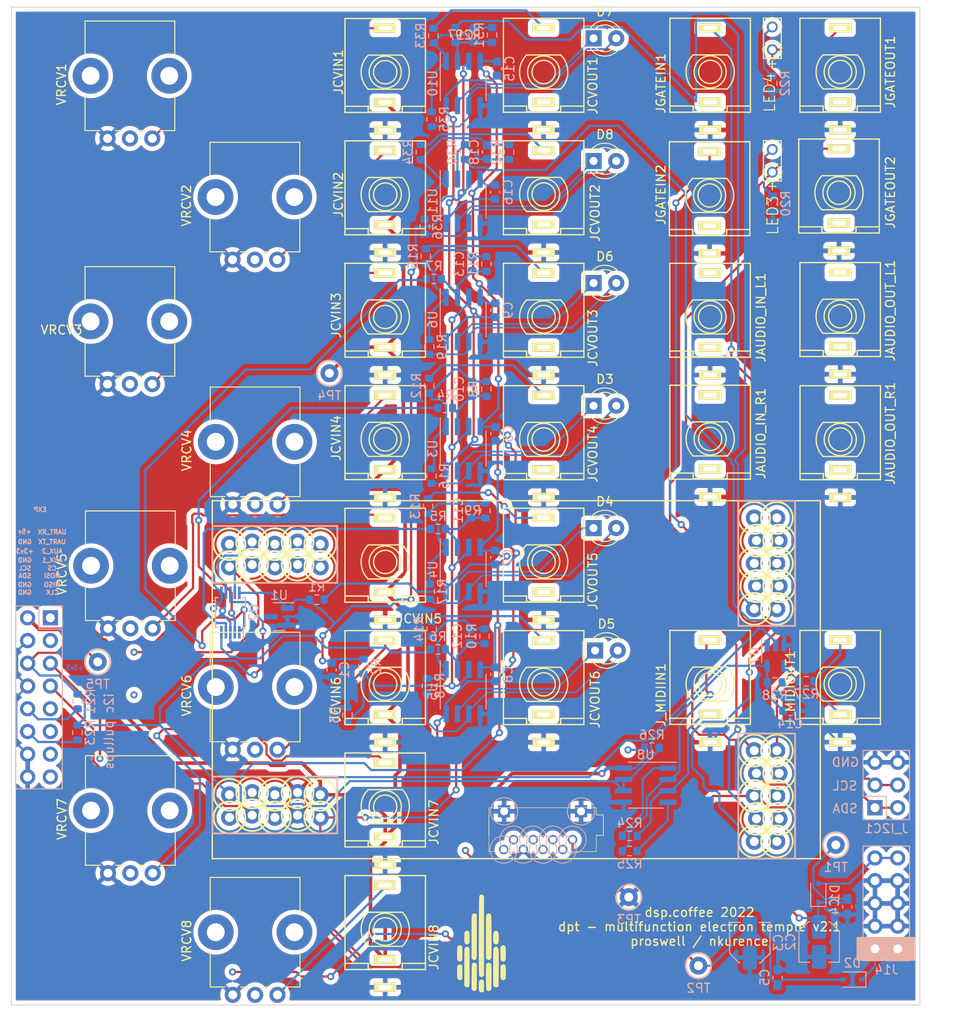
<source format=kicad_pcb>
(kicad_pcb (version 20220131) (generator pcbnew)
  (layers (0 "F.Cu" signal) (1 "In1.Cu" signal) (2 "In2.Cu" signal) (31 "B.Cu" signal) (34 "B.Paste" user) (35 "F.Paste" user) (36 "B.SilkS" user "B.Silkscreen") (37 "F.SilkS" user "F.Silkscreen") (38 "B.Mask" user) (39 "F.Mask" user) (44 "Edge.Cuts" user))
  (net 0 "")
  (net 1 "GND")
  (net 2 "+12VA")
  (net 3 "CV1_JACK")
  (net 4 "-12VA")
  (net 5 "CV2_JACK")
  (net 6 "CV3_JACK")
  (net 7 "Net-(C10-Pad1)")
  (net 8 "Net-(U3A--)")
  (net 9 "Net-(C11-Pad1)")
  (net 10 "Net-(U4A--)")
  (net 11 "Net-(C12-Pad1)")
  (net 12 "Net-(U5A--)")
  (net 13 "Net-(C13-Pad1)")
  (net 14 "Net-(U6A--)")
  (net 15 "Net-(D1-A)")
  (net 16 "Net-(D2-K)")
  (net 17 "N2")
  (net 18 "N3")
  (net 19 "N4")
  (net 20 "N1")
  (net 21 "CV5_JACK")
  (net 22 "CV4_JACK")
  (net 23 "CV4")
  (net 24 "CV6_JACK")
  (net 25 "CV3")
  (net 26 "CV7_JACK")
  (net 27 "CV2")
  (net 28 "CV8_JACK")
  (net 29 "CV1")
  (net 31 "CV8")
  (net 33 "CV7")
  (net 34 "Net-(JCVOUT3-Pad3)")
  (net 35 "CV6")
  (net 37 "CV_OUT_1")
  (net 38 "Net-(JCVOUT4-Pad3)")
  (net 39 "CV_OUT_2")
  (net 41 "GATE_OUT_1")
  (net 42 "Net-(JCVOUT5-Pad3)")
  (net 43 "GATE_OUT_2")
  (net 45 "Net-(JCVOUT6-Pad3)")
  (net 47 "GATE_IN_2")
  (net 48 "UART_TX")
  (net 49 "GATE_IN_1")
  (net 50 "UART_RX")
  (net 51 "I2C1_SCL")
  (net 52 "I2C1_SDA")
  (net 55 "AUDIO_IN_R")
  (net 56 "AUDIO_IN_L")
  (net 57 "P1")
  (net 58 "P2")
  (net 59 "P3")
  (net 60 "P4")
  (net 61 "VREF")
  (net 62 "DACB")
  (net 63 "DACX")
  (net 64 "DACY")
  (net 65 "DACA")
  (net 66 "CLK")
  (net 67 "MOSI")
  (net 68 "+3V3")
  (net 69 "CS")
  (net 70 "+5V")
  (net 71 "AUDIO_OUT_R")
  (net 72 "AUDIO_OUT_L")
  (net 73 "Net-(C17-Pad1)")
  (net 74 "MUX_1")
  (net 75 "Net-(U10A--)")
  (net 76 "MUX_2")
  (net 77 "Net-(C18-Pad1)")
  (net 78 "Net-(U11A--)")
  (net 79 "MISO")
  (net 80 "P5")
  (net 81 "/_MIDIIN1")
  (net 82 "/_MIDIIN2")
  (net 83 "Net-(J_MIDIOUT1-Pad3)")
  (net 84 "Net-(J_MIDIOUT1-Pad2)")
  (net 85 "Net-(U8-A1)")
  (net 86 "Net-(U8-A2)")
  (net 87 "/_MIDIOUT")
  (net 89 "SDMMC_D3")
  (net 90 "SDMMC_D2")
  (net 91 "SDMMC_D1")
  (net 92 "SDMMC_CMD")
  (net 93 "SDMMC_D0")
  (net 94 "SDMMC_CK")
  (net 95 "CV5")
  (net 96 "VREF2v5")
  (net 97 "Net-(LED3-C)")
  (net 103 "Net-(LED4-C)")
  (net 104 "N5")
  (net 105 "P6")
  (net 106 "N6")
  (net 107 "CVOUT1")
  (net 108 "CVOUT2")
  (footprint "ES_Daisy_Patch_SM_FB_Rev1:LED" (layer "F.Cu") (at 85.1 26.17 90)
    (fp_text reference "LED3")
    (fp_text value "LED_3MM_RED")
  )
  (footprint "fuzzySI:thonkiconn_fuzzySi" (layer "F.Cu") (at 41.81 98.3425)
    (fp_text reference "JCVIN7")
    (fp_text value "fuzzySI_thonkiconn" hide)
  )
  (footprint "fuzzySI:thonkiconn_fuzzySi" (layer "F.Cu") (at 41.81 43.6175)
    (fp_text reference "JCVIN3")
    (fp_text value "fuzzySI_thonkiconn" hide)
  )
  (footprint "fuzzySI:thonkiconn_fuzzySi" (layer "F.Cu") (at 59.53 84.67)
    (fp_text reference "JCVOUT6")
    (fp_text value "fuzzySI_thonkiconn" hide)
  )
  (footprint "Potentiometer_THT:Potentiometer_Alps_RK09K_Single_Vertical" (layer "F.Cu") (at 29.76 64.57 90)
    (fp_text reference "VRCV4")
    (fp_text value "10K")
  )
  (footprint "Potentiometer_THT:Potentiometer_Alps_RK09K_Single_Vertical" (layer "F.Cu") (at 29.735 37.22 90)
    (fp_text reference "VRCV2")
    (fp_text value "10K")
  )
  (footprint "fuzzySI:thonkiconn_fuzzySi" (layer "F.Cu") (at 59.53 43.62)
    (fp_text reference "JCVOUT3")
    (fp_text value "fuzzySI_thonkiconn" hide)
  )
  (footprint "LED_THT:LED_D3.0mm" (layer "F.Cu") (at 65.105 67.21)
    (fp_text reference "D4")
    (fp_text value "LED_Dual_Bidirectional" hide)
  )
  (footprint "fuzzySI:thonkiconn_fuzzySi" (layer "F.Cu") (at 78.15 84.6475)
    (fp_text reference "J_MIDIIN1")
    (fp_text value "fuzzySI_thonkiconn" hide)
  )
  (footprint "fuzzySI:thonkiconn_fuzzySi" (layer "F.Cu") (at 59.53 16.245)
    (fp_text reference "JCVOUT1")
    (fp_text value "fuzzySI_thonkiconn" hide)
  )
  (footprint "Potentiometer_THT:Potentiometer_Alps_RK09K_Single_Vertical" (layer "F.Cu") (at 15.76 51.12 90)
    (fp_text reference "VRCV3")
    (fp_text value "10K")
  )
  (footprint "ES_Daisy_Patch_SM_FB_Rev1:VERT_MICROSD_CENTERED" (layer "F.Cu") (at 59.81 100.41 180)
    (fp_text reference "U_SDCARD1" hide)
    (fp_text value "MICRO_SD_CARDCENTERED" hide)
  )
  (footprint "fuzzySI:thonkiconn_fuzzySi" (layer "F.Cu") (at 78.15 57.2475)
    (fp_text reference "JAUDIO_IN_R1")
    (fp_text value "fuzzySI_thonkiconn" hide)
  )
  (footprint "fuzzySI:thonkiconn_fuzzySi" (layer "F.Cu") (at 41.81 112.0425)
    (fp_text reference "JCVIN8")
    (fp_text value "fuzzySI_thonkiconn" hide)
  )
  (footprint "fuzzySI:thonkiconn_fuzzySi" (layer "F.Cu") (at 92.69 16.2375)
    (fp_text reference "JGATEOUT1")
    (fp_text value "fuzzySI_thonkiconn" hide)
  )
  (footprint "LED_THT:LED_D3.0mm" (layer "F.Cu") (at 65.11 39.83)
    (fp_text reference "D6")
    (fp_text value "LED_Dual_Bidirectional" hide)
  )
  (footprint "fuzzySI:thonkiconn_fuzzySi" (layer "F.Cu") (at 41.81 29.9425)
    (fp_text reference "JCVIN2")
    (fp_text value "fuzzySI_thonkiconn" hide)
  )
  (footprint "fuzzySI:thonkiconn_fuzzySi" (layer "F.Cu") (at 78.09 30.0375)
    (fp_text reference "JGATEIN2")
    (fp_text value "fuzzySI_thonkiconn" hide)
  )
  (footprint "Potentiometer_THT:Potentiometer_Alps_RK09K_Single_Vertical" (layer "F.Cu") (at 29.76 91.97 90)
    (fp_text reference "VRCV6")
    (fp_text value "10K")
  )
  (footprint "fuzzySI:thonkiconn_fuzzySi" (layer "F.Cu") (at 59.53 70.9875)
    (fp_text reference "JCVOUT5")
    (fp_text value "fuzzySI_thonkiconn" hide)
  )
  (footprint "fuzzySI:thonkiconn_fuzzySi" (layer "F.Cu") (at 92.56 29.7375)
    (fp_text reference "JGATEOUT2")
    (fp_text value "fuzzySI_thonkiconn" hide)
  )
  (footprint "LED_THT:LED_D3.0mm" (layer "F.Cu") (at 65.275 80.89)
    (fp_text reference "D5")
    (fp_text value "LED_Dual_Bidirectional" hide)
  )
  (footprint "ES_Daisy_Patch_SM_FB_Rev1:ES_DAISY_PATCH_SM_REV1" (layer "F.Cu") (at 56.47 84.153)
    (fp_text reference "U9" hide)
    (fp_text value "ES_DAISY_PATCH_SM_REV1" hide)
  )
  (footprint "fuzzySI:thonkiconn_fuzzySi" (layer "F.Cu") (at 59.53 57.3)
    (fp_text reference "JCVOUT4")
    (fp_text value "fuzzySI_thonkiconn" hide)
  )
  (footprint "fuzzySI:thonkiconn_fuzzySi" (layer "F.Cu") (at 78.14 43.6175)
    (fp_text reference "JAUDIO_IN_L1")
    (fp_text value "fuzzySI_thonkiconn" hide)
  )
  (footprint "fuzzySI:thonkiconn_fuzzySi" (layer "F.Cu") (at 78.15 16.2375)
    (fp_text reference "JGATEIN1")
    (fp_text value "fuzzySI_thonkiconn" hide)
  )
  (footprint "ES_Daisy_Patch_SM_FB_Rev1:LED" (layer "F.Cu") (at 85.1 12.48 90)
    (fp_text reference "LED4")
    (fp_text value "LED_3MM_RED")
  )
  (footprint "Potentiometer_THT:Potentiometer_Alps_RK09K_Single_Vertical" (layer "F.Cu") (at 15.81 78.42 90)
    (fp_text reference "VRCV5")
    (fp_text value "10K")
  )
  (footprint "fuzzySI:thonkiconn_fuzzySi" (layer "F.Cu") (at 41.81 16.2675)
    (fp_text reference "JCVIN1")
    (fp_text value "fuzzySI_thonkiconn" hide)
  )
  (footprint "fuzzySI:thonkiconn_fuzzySi" (layer "F.Cu") (at 41.81 84.6675)
    (fp_text reference "JCVIN6")
    (fp_text value "fuzzySI_thonkiconn" hide)
  )
  (footprint "fuzzySI:thonkiconn_fuzzySi" (layer "F.Cu") (at 92.69 43.54)
    (fp_text reference "JAUDIO_OUT_L1")
    (fp_text value "fuzzySI_thonkiconn" hide)
  )
  (footprint "fuzzySI:thonkiconn_fuzzySi" (layer "F.Cu") (at 41.81 57.2925)
    (fp_text reference "JCVIN4")
    (fp_text value "fuzzySI_thonkiconn" hide)
  )
  (footprint "LED_THT:LED_D3.0mm" (layer "F.Cu") (at 65.11 53.54)
    (fp_text reference "D3")
    (fp_text value "LED_Dual_Bidirectional" hide)
  )
  (footprint "Potentiometer_THT:Potentiometer_Alps_RK09K_Single_Vertical" (layer "F.Cu") (at 15.76 23.67 90)
    (fp_text reference "VRCV1")
    (fp_text value "10K")
  )
  (footprint "fuzzySI:thonkiconn_fuzzySi" (layer "F.Cu") (at 92.69 84.6475)
    (fp_text reference "J_MIDIOUT1")
    (fp_text value "fuzzySI_thonkiconn" hide)
  )
  (footprint "Potentiometer_THT:Potentiometer_Alps_RK09K_Single_Vertical" (layer "F.Cu") (at 29.76 119.37 90)
    (fp_text reference "VRCV8")
    (fp_text value "10K")
  )
  (footprint "Potentiometer_THT:Potentiometer_Alps_RK09K_Single_Vertical" (layer "F.Cu") (at 15.81 105.77 90)
    (fp_text reference "VRCV7")
    (fp_text value "10K")
  )
  (footprint "LED_THT:LED_D3.0mm" (layer "F.Cu") (at 65.11 26.19)
    (fp_text reference "D8")
    (fp_text value "LED_Dual_Bidirectional" hide)
  )
  (footprint "testimport:dspcoffeedrop" (layer "F.Cu") (at 49.86 119.14)
    (fp_text reference "G***" hide)
    (fp_text value "LOGO" hide)
  )
  (footprint "fuzzySI:thonkiconn_fuzzySi" (layer "F.Cu") (at 41.81 70.995)
    (fp_text reference "JCVIN5")
    (fp_text value "fuzzySI_thonkiconn" hide)
  )
  (footprint "fuzzySI:thonkiconn_fuzzySi" (layer "F.Cu") (at 92.7 57.3075)
    (fp_text reference "JAUDIO_OUT_R1")
    (fp_text value "fuzzySI_thonkiconn" hide)
  )
  (footprint "LED_THT:LED_D3.0mm" (layer "F.Cu") (at 65.11 12.48)
    (fp_text reference "D7")
    (fp_text value "LED_Dual_Bidirectional" hide)
  )
  (footprint "fuzzySI:thonkiconn_fuzzySi" (layer "F.Cu") (at 59.53 29.93)
    (fp_text reference "JCVOUT2")
    (fp_text value "fuzzySI_thonkiconn" hide)
  )
  (footprint "TestPoint:TestPoint_Keystone_5000-5004_Miniature" (layer "B.Cu") (at 76.84 116.11)
    (fp_text reference "TP2")
    (fp_text value "TP-12")
  )
  (footprint "Resistor_SMD:R_0603_1608Metric" (layer "B.Cu") (at 46.228 33.53 90)
    (fp_text reference "R36")
    (fp_text value "1k")
  )
  (footprint "Package_SO:SOIC-8_3.9x4.9mm_P1.27mm" (layer "B.Cu") (at 50.52548 30.69 -90)
    (fp_text reference "U11")
    (fp_text value "TL072")
  )
  (footprint "Capacitor_SMD:C_0603_1608Metric_Pad1.08x0.95mm_HandSolder" (layer "B.Cu") (at 85.69 117.42 -90)
    (fp_text reference "C5")
    (fp_text value "100n")
  )
  (footprint "Resistor_SMD:R_0603_1608Metric" (layer "B.Cu") (at 53.01 65.255 -90)
    (fp_text reference "R9")
    (fp_text value "56k")
  )
  (footprint "Capacitor_SMD:C_Elec_4x5.4" (layer "B.Cu") (at 90.34 113.46 -90)
    (fp_text reference "C2")
    (fp_text value "47u")
  )
  (footprint "Connector_PinHeader_2.54mm:PinHeader_2x03_P2.54mm_Vertical" (layer "B.Cu") (at 96.58 98.46)
    (fp_text reference "J_I2C1")
    (fp_text value "Conn_02x03_Odd_Even")
  )
  (footprint "Resistor_SMD:R_0603_1608Metric" (layer "B.Cu") (at 47 21.515 90)
    (fp_text reference "R35")
    (fp_text value "1k")
  )
  (footprint "Resistor_SMD:R_0603_1608Metric" (layer "B.Cu") (at 53.13 37.695 -90)
    (fp_text reference "R11")
    (fp_text value "56k")
  )
  (footprint "Capacitor_SMD:C_0603_1608Metric" (layer "B.Cu") (at 51.41 65.255 -90)
    (fp_text reference "C11")
    (fp_text value "1n")
  )
  (footprint "Resistor_SMD:R_0603_1608Metric" (layer "B.Cu") (at 85.09 17.52 90)
    (fp_text reference "R22")
    (fp_text value "10k")
  )
  (footprint "Capacitor_SMD:C_0603_1608Metric" (layer "B.Cu") (at 87.09 87.63)
    (fp_text reference "C14")
    (fp_text value "100n")
  )
  (footprint "Package_SO:SOIC-8_3.9x4.9mm_P1.27mm" (layer "B.Cu") (at 50.52548 85.485592 -90)
    (fp_text reference "U5")
    (fp_text value "TL072")
  )
  (footprint "Capacitor_SMD:C_0603_1608Metric" (layer "B.Cu") (at 54.102 29.67 90)
    (fp_text reference "C16")
    (fp_text value "100n")
  )
  (footprint "Capacitor_SMD:C_Elec_4x5.4" (layer "B.Cu") (at 82.58 113.53 90)
    (fp_text reference "C3")
    (fp_text value "47u")
  )
  (footprint "Resistor_SMD:R_0603_1608Metric" (layer "B.Cu") (at 71.63 91.75 180)
    (fp_text reference "R26")
    (fp_text value "220R")
  )
  (footprint "Resistor_SMD:R_0603_1608Metric" (layer "B.Cu") (at 52.915 79.29 -90)
    (fp_text reference "R10")
    (fp_text value "56k")
  )
  (footprint "Connector_PinHeader_2.54mm:PinHeader_2x05_P2.54mm_Vertical" (layer "B.Cu") (at 96.58 114.23)
    (fp_text reference "J14")
    (fp_text value "Conn_02x05_Odd_Even")
  )
  (footprint "Resistor_SMD:R_0603_1608Metric" (layer "B.Cu") (at 46.482 84.836 90)
    (fp_text reference "R18")
    (fp_text value "1k")
  )
  (footprint "Resistor_SMD:R_0603_1608Metric" (layer "B.Cu") (at 45.79452 25.19 -90)
    (fp_text reference "R34")
    (fp_text value "220R")
  )
  (footprint "Resistor_SMD:R_0603_1608Metric" (layer "B.Cu") (at 48.53 53.79 180)
    (fp_text reference "R4")
    (fp_text value "10k")
  )
  (footprint "Resistor_SMD:R_0603_1608Metric" (layer "B.Cu") (at 46.36 36.83 -90)
    (fp_text reference "R15")
    (fp_text value "220R")
  )
  (footprint "Resistor_SMD:R_0603_1608Metric" (layer "B.Cu") (at 47.265 39.37 180)
    (fp_text reference "R7")
    (fp_text value "10k")
  )
  (footprint "Resistor_SMD:R_0603_1608Metric" (layer "B.Cu") (at 69.151 101.6 180)
    (fp_text reference "R24")
    (fp_text value "220R")
  )
  (footprint "Package_SO:MSOP-10_3x3mm_P0.5mm" (layer "B.Cu") (at 24.49 76.65 90)
    (fp_text reference "U2")
    (fp_text value "DAC7554IDGS")
  )
  (footprint "Resistor_SMD:R_0603_1608Metric" (layer "B.Cu") (at 55.65452 25.19 -90)
    (fp_text reference "R32")
    (fp_text value "30k")
  )
  (footprint "Capacitor_SMD:C_0603_1608Metric" (layer "B.Cu") (at 54.14 56.67 90)
    (fp_text reference "C6")
    (fp_text value "100n")
  )
  (footprint "Capacitor_SMD:C_0603_1608Metric" (layer "B.Cu") (at 51.3 79.29 -90)
    (fp_text reference "C12")
    (fp_text value "1n")
  )
  (footprint "Resistor_SMD:R_0603_1608Metric" (layer "B.Cu") (at 85.17 30.955 90)
    (fp_text reference "R20")
    (fp_text value "10k")
  )
  (footprint "Package_SO:SOIC-8_3.9x4.9mm_P1.27mm" (layer "B.Cu") (at 50.52548 17.515 -90)
    (fp_text reference "U10")
    (fp_text value "TL072")
  )
  (footprint "Resistor_SMD:R_0603_1608Metric" (layer "B.Cu") (at 7.39 90.06 90)
    (fp_text reference "R23")
    (fp_text value "4.7k")
  )
  (footprint "Resistor_SMD:R_0603_1608Metric" (layer "B.Cu") (at 53.75952 12.105 -90)
    (fp_text reference "R31")
    (fp_text value "30k")
  )
  (footprint "Package_SO:SOIC-8_3.9x4.9mm_P1.27mm" (layer "B.Cu") (at 50.52548 58.34 -90)
    (fp_text reference "U3")
    (fp_text value "TL072")
  )
  (footprint "Package_SO:SOIC-8_3.9x4.9mm_P1.27mm" (layer "B.Cu") (at 70.937204 95.936724 180)
    (fp_text reference "U8")
    (fp_text value "HCPL-0631")
  )
  (footprint "Capacitor_SMD:C_0603_1608Metric" (layer "B.Cu") (at 51.53 37.695 -90)
    (fp_text reference "C13")
    (fp_text value "1n")
  )
  (footprint "Capacitor_SMD:C_0603_1608Metric" (layer "B.Cu") (at 54.11 70.495 90)
    (fp_text reference "C7")
    (fp_text value "100n")
  )
  (footprint "TestPoint:TestPoint_Keystone_5000-5004_Miniature" (layer "B.Cu") (at 35.57 49.91)
    (fp_text reference "TP4")
    (fp_text value "TP+5")
  )
  (footprint "Resistor_SMD:R_0603_1608Metric" (layer "B.Cu") (at 47.2 12.18 -90)
    (fp_text reference "R33")
    (fp_text value "220R")
  )
  (footprint "Capacitor_SMD:C_0603_1608Metric" (layer "B.Cu") (at 35.814 83.058 90)
    (fp_text reference "C1")
    (fp_text value "100n")
  )
  (footprint "Resistor_SMD:R_0603_1608Metric" (layer "B.Cu") (at 46.99 61.395 90)
    (fp_text reference "R16")
    (fp_text value "1k")
  )
  (footprint "Resistor_SMD:R_0603_1608Metric" (layer "B.Cu") (at 49.63952 12.105 90)
    (fp_text reference "R29")
    (fp_text value "10k")
  )
  (footprint "Resistor_SMD:R_0603_1608Metric" (layer "B.Cu") (at 85.37274 84.46226)
    (fp_text reference "R28")
    (fp_text value "220R")
  )
  (footprint "TestPoint:TestPoint_Keystone_5000-5004_Miniature" (layer "B.Cu") (at 92.202 102.616)
    (fp_text reference "TP1")
    (fp_text value "TP+12")
  )
  (footprint "Resistor_SMD:R_0603_1608Metric" (layer "B.Cu") (at 50.72452 25.19 -90)
    (fp_text reference "R30")
    (fp_text value "10k")
  )
  (footprint "Capacitor_SMD:C_0603_1608Metric" (layer "B.Cu") (at 51.52 51.665 -90)
    (fp_text reference "C10")
    (fp_text value "1n")
  )
  (footprint "Resistor_SMD:R_0603_1608Metric" (layer "B.Cu") (at 88.9 84.328)
    (fp_text reference "R27")
    (fp_text value "220R")
  )
  (footprint "Resistor_SMD:R_0603_1608Metric" (layer "B.Cu") (at 47 78.486 -90)
    (fp_text reference "R14")
    (fp_text value "220R")
  )
  (footprint "Resistor_SMD:R_0603_1608Metric" (layer "B.Cu") (at 39.37 82.665 90)
    (fp_text reference "R2")
    (fp_text value "10k")
  )
  (footprint "TestPoint:TestPoint_Keystone_5000-5004_Miniature" (layer "B.Cu") (at 9.66 82.16)
    (fp_text reference "TP5")
    (fp_text value "TP+3v3" hide)
  )
  (footprint "Resistor_SMD:R_0603_1608Metric" (layer "B.Cu") (at 46.61 64.77 -90)
    (fp_text reference "R13")
    (fp_text value "220R")
  )
  (footprint "Capacitor_SMD:C_0603_1608Metric" (layer "B.Cu") (at 54.11 83.555 90)
    (fp_text reference "C8")
    (fp_text value "100n")
  )
  (footprint "Package_TO_SOT_SMD:SOT-23" (layer "B.Cu") (at 29.945 77.11 180)
    (fp_text reference "U1")
    (fp_text value "LM4040DBZ-2.5")
  )
  (footprint "Resistor_SMD:R_0603_1608Metric" (layer "B.Cu") (at 69.151 103.3)
    (fp_text reference "R25")
    (fp_text value "220R")
  )
  (footprint "Resistor_SMD:R_0603_1608Metric" (layer "B.Cu") (at 53.12 51.665 -90)
    (fp_text reference "R8")
    (fp_text value "56k")
  )
  (footprint "Capacitor_SMD:C_0603_1608Metric" (layer "B.Cu") (at 53.18952 25.19 -90)
    (fp_text reference "C18")
    (fp_text value "1n")
  )
  (footprint "Resistor_SMD:R_0603_1608Metric" (layer "B.Cu") (at 7.41 86.585 90)
    (fp_text reference "R21")
    (fp_text value "4.7k")
  )
  (footprint "TestPoint:TestPoint_Keystone_5000-5004_Miniature" (layer "B.Cu") (at 69.05 108.45)
    (fp_text reference "TP3")
    (fp_text value "TP-GND")
  )
  (footprint "Capacitor_SMD:C_0603_1608Metric" (layer "B.Cu") (at 54.31 15.87 90)
    (fp_text reference "C15")
    (fp_text value "100n")
  )
  (footprint "Connector_PinHeader_2.54mm:PinHeader_2x08_P2.54mm_Vertical" (layer "B.Cu") (at 4.36 77.24 180)
    (fp_text reference "J_EXPANDER2" hide)
    (fp_text value "USB_SPI_MUX_EXPANDER")
  )
  (footprint "Package_SO:SOIC-8_3.9x4.9mm_P1.27mm" (layer "B.Cu") (at 50.52548 43.905 -90)
    (fp_text reference "U6")
    (fp_text value "TL072")
  )
  (footprint "Resistor_SMD:R_0603_1608Metric" (layer "B.Cu") (at 34.155 75.21 180)
    (fp_text reference "R1")
    (fp_text value "3k")
  )
  (footprint "Resistor_SMD:R_0603_1608Metric" (layer "B.Cu") (at 47.705 80.772 180)
    (fp_text reference "R6")
    (fp_text value "10k")
  )
  (footprint "Resistor_SMD:R_0603_1608Metric" (layer "B.Cu") (at 46.79 74.305 90)
    (fp_text reference "R17")
    (fp_text value "1k")
  )
  (footprint "Resistor_SMD:R_0603_1608Metric" (layer "B.Cu") (at 46.74 46.96 90)
    (fp_text reference "R19")
    (fp_text value "1k")
  )
  (footprint "Diode_SMD:D_SOD-323" (layer "B.Cu") (at 94.06 117.66 180)
    (fp_text reference "D2")
    (fp_text value "1N1517")
  )
  (footprint "Capacitor_SMD:C_0603_1608Metric" (layer "B.Cu") (at 51.69952 12.105 -90)
    (fp_text reference "C17")
    (fp_text value "1n")
  )
  (footprint "Capacitor_SMD:C_0603_1608Metric_Pad1.08x0.95mm_HandSolder" (layer "B.Cu") (at 93.48 109.5175 -90)
    (fp_text reference "C4")
    (fp_text value "100n")
  )
  (footprint "Capacitor_SMD:C_0603_1608Metric" (layer "B.Cu") (at 54.12 42.86 90)
    (fp_text reference "C9")
    (fp_text value "100n")
  )
  (footprint "Resistor_SMD:R_0603_1608Metric" (layer "B.Cu") (at 46.72 51.308 -90)
    (fp_text reference "R12")
    (fp_text value "220R")
  )
  (footprint "Package_SO:SOIC-8_3.9x4.9mm_P1.27mm" (layer "B.Cu") (at 50.52548 71.845 -90)
    (fp_text reference "U4")
    (fp_text value "TL072")
  )
  (footprint "Resistor_SMD:R_0603_1608Metric" (layer "B.Cu") (at 47.73 67.31 180)
    (fp_text reference "R5")
    (fp_text value "10k")
  )
  (footprint "Resistor_SMD:R_0603_1608Metric" (layer "B.Cu") (at 37.592 88.075 -90)
    (fp_text reference "R3")
    (fp_text value "7.5k")
  )
  (footprint "Diode_SMD:D_SOD-323" (layer "B.Cu") (at 90.24 107.99 90)
    (fp_text reference "D1")
    (fp_text value "1N1517")
  )
  (footprint "Package_TO_SOT_SMD:SOT-23-5" (layer "B.Cu") (at 85.47274 81.46226 -90)
    (fp_text reference "U7")
    (fp_text value "SN74LVC1G17DBV")
  )
  (gr_rect (start 0 9) (end 101.6 120.5) (stroke (width 0.1)) (fill none) (layer "Edge.Cuts"))
  (gr_text "+3v3" (at 7.112 82.804) (layer "B.Cu") (effects (font (size 0.5 0.5) (thickness 0.125) bold) (justify mirror)))
  (gr_text "EXP" (at 3.205 65.145) (layer "B.SilkS") (effects (font (size 0.5 0.5) (thickness 0.125)) (justify mirror)))
  (gr_text "GND" (at 1.505 70.795) (layer "B.SilkS") (effects (font (size 0.5 0.5) (thickness 0.125)) (justify mirror)))
  (gr_text "i2c pullups" (at 10.922 89.916 90) (layer "B.SilkS") (effects (font (size 1 1)) (justify mirror)))
  (gr_text "UART_TX" (at 4.555 68.745) (layer "B.SilkS") (effects (font (size 0.5 0.5) (thickness 0.125)) (justify mirror)))
  (gr_text "AUX_2" (at 4.555 69.795) (layer "B.SilkS") (effects (font (size 0.5 0.5) (thickness 0.125)) (justify mirror)))
  (gr_text "MOSI" (at 4.555 72.545) (layer "B.SilkS") (effects (font (size 0.5 0.5) (thickness 0.125)) (justify mirror)))
  (gr_text "GND" (at 1.505 68.745) (layer "B.SilkS") (effects (font (size 0.5 0.5) (thickness 0.125)) (justify mirror)))
  (gr_text "+3v3" (at 1.505 69.795) (layer "B.SilkS") (effects (font (size 0.5 0.5) (thickness 0.125)) (justify mirror)))
  (gr_text "SDA" (at 93.24 98.552) (layer "B.SilkS") (effects (font (size 1 1)) (justify mirror)))
  (gr_text "+5v" (at 1.505 67.595) (layer "B.SilkS") (effects (font (size 0.5 0.5) (thickness 0.125)) (justify mirror)))
  (gr_text "CLK" (at 4.555 74.395) (layer "B.SilkS") (effects (font (size 0.5 0.5) (thickness 0.125)) (justify mirror)))
  (gr_text "CS" (at 4.555 71.695) (layer "B.SilkS") (effects (font (size 0.5 0.5) (thickness 0.125)) (justify mirror)))
  (gr_text "UART_RX" (at 4.555 67.645) (layer "B.SilkS") (effects (font (size 0.5 0.5) (thickness 0.125)) (justify mirror)))
  (gr_text "SCL" (at 1.505 71.695) (layer "B.SilkS") (effects (font (size 0.5 0.5) (thickness 0.125)) (justify mirror)))
  (gr_text "SDA" (at 1.505 72.545) (layer "B.SilkS") (effects (font (size 0.5 0.5) (thickness 0.125)) (justify mirror)))
  (gr_text "GND" (at 1.505 73.545) (layer "B.SilkS") (effects (font (size 0.5 0.5) (thickness 0.125)) (justify mirror)))
  (gr_text "SCL" (at 93.218 96.012) (layer "B.SilkS") (effects (font (size 1 1)) (justify mirror)))
  (gr_text "MISO" (at 4.555 73.545) (layer "B.SilkS") (effects (font (size 0.5 0.5) (thickness 0.125)) (justify mirror)))
  (gr_text "AUX_1" (at 4.555 70.795) (layer "B.SilkS") (effects (font (size 0.5 0.5) (thickness 0.125)) (justify mirror)))
  (gr_text "GND" (at 93.28 93.38) (layer "B.SilkS") (effects (font (size 1 1)) (justify mirror)))
  (gr_text "GND" (at 1.505 74.395) (layer "B.SilkS") (effects (font (size 0.5 0.5) (thickness 0.125)) (justify mirror)))
  (gr_text "dsp.coffee 2022\ndpt - multifunction electron temple v2.1\nproswell / nkurence" (at 76.962 111.76) (layer "F.SilkS") (effects (font (size 1 1))))
  (segment (start 32.004 78.232) (end 32.761 77.475) (width 0.25) (layer "F.Cu") (net 1))
  (segment (start 22.906103 75.475489) (end 20.536511 75.475489) (width 0.25) (layer "F.Cu") (net 1))
  (segment (start 12.4 80.01) (end 10.81 78.42) (width 0.25) (layer "F.Cu") (net 1))
  (segment (start 32.761 77.475) (end 41.81 77.475) (width 0.25) (layer "F.Cu") (net 1))
  (segment (start 99.12 93.38) (end 96.58 93.38) (width 0.25) (layer "F.Cu") (net 1))
  (segment (start 16.002 80.01) (end 12.4 80.01) (width 0.25) (layer "F.Cu") (net 1))
  (segment (start 23.622 76.454) (end 23.622 76.191386) (width 0.25) (layer "F.Cu") (net 1))
  (segment (start 20.536511 75.475489) (end 16.002 80.01) (width 0.25) (layer "F.Cu") (net 1))
  (segment (start 23.622 76.191386) (end 22.906103 75.475489) (width 0.25) (layer "F.Cu") (net 1))
  (via (at 23.622 76.454) (size 0.8) (drill 0.4) (layers "F.Cu" "B.Cu") (net 1))
  (via (at 32.004 78.232) (size 0.8) (drill 0.4) (layers "F.Cu" "B.Cu") (net 1))
  (segment (start 58.228 50.1) (end 54.508 46.38) (width 0.25) (layer "B.Cu") (net 1))
  (segment (start 99.12 111.69) (end 96.58 111.69) (width 0.25) (layer "B.Cu") (net 1))
  (segment (start 1.82 95.02) (end 1.82 92.48) (width 0.25) (layer "B.Cu") (net 1))
  (segment (start 0.55 91.21) (end 1.82 92.48) (width 0.25) (layer "B.Cu") (net 1))
  (segment (start 86.499511 88.995489) (end 80.282011 88.995489) (width 0.25) (layer "B.Cu") (net 1))
  (segment (start 89.025 87.63) (end 92.5225 91.1275) (width 0.25) (layer "B.Cu") (net 1))
  (segment (start 24.49 79.849022) (end 24.650978 80.01) (width 0.25) (layer "B.Cu") (net 1))
  (segment (start 86.42274 78.93126) (end 90.942 74.412) (width 0.25) (layer "B.Cu") (net 1))
  (segment (start 92.5225 91.1275) (end 92.69 91.1275) (width 0.25) (layer "B.Cu") (net 1))
  (segment (start 24.49 78.85) (end 24.49 77.715261) (width 0.25) (layer "B.Cu") (net 1))
  (segment (start 54.508 46.38) (end 52.43048 46.38) (width 0.25) (layer "B.Cu") (net 1))
  (segment (start 28.9325 80.01) (end 30.8825 78.06) (width 0.25) (layer "B.Cu") (net 1))
  (segment (start 87.865 87.63) (end 89.025 87.63) (width 0.25) (layer "B.Cu") (net 1))
  (segment (start 59.53 50.1) (end 58.228 50.1) (width 0.25) (layer "B.Cu") (net 1))
  (segment (start 0.645489 83.685489) (end 1.82 84.86) (width 0.25) (layer "B.Cu") (net 1))
  (segment (start 1.82 79.78) (end 0.645489 80.954511) (width 0.25) (layer "B.Cu") (net 1))
  (segment (start 65.224 98.86) (end 63.71 98.86) (width 0.25) (layer "B.Cu") (net 1))
  (segment (start 86.42274 80.32476) (end 86.42274 78.93126) (width 0.25) (layer "B.Cu") (net 1))
  (segment (start 0.645489 80.954511) (end 0.645489 83.685489) (width 0.25) (layer "B.Cu") (net 1))
  (segment (start 90.942 74.412) (end 92.7 74.412) (width 0.25) (layer "B.Cu") (net 1))
  (segment (start 96.58 109.15) (end 99.12 109.15) (width 0.25) (layer "B.Cu") (net 1))
  (segment (start 66.242276 97.841724) (end 65.224 98.86) (width 0.25) (layer "B.Cu") (net 1))
  (segment (start 80.282011 88.995489) (end 78.15 91.1275) (width 0.25) (layer "B.Cu") (net 1))
  (segment (start 23.622 76.847261) (end 23.622 76.454) (width 0.25) (layer "B.Cu") (net 1))
  (segment (start 68.462204 97.841724) (end 66.242276 97.841724) (width 0.25) (layer "B.Cu") (net 1))
  (segment (start 30.8825 78.06) (end 31.832 78.06) (width 0.25) (layer "B.Cu") (net 1))
  (segment (start 96.58 106.61) (end 96.58 109.15) (width 0.25) (layer "B.Cu") (net 1))
  (segment (start 31.832 78.06) (end 32.004 78.232) (width 0.25) (layer "B.Cu") (net 1))
  (segment (start 24.49 78.85) (end 24.49 79.849022) (width 0.25) (layer "B.Cu") (net 1))
  (segment (start 1.82 84.86) (end 0.55 86.13) (width 0.25) (layer "B.Cu") (net 1))
  (segment (start 99.12 106.61) (end 96.58 106.61) (width 0.25) (layer "B.Cu") (net 1))
  (segment (start 24.650978 80.01) (end 28.9325 80.01) (width 0.25) (layer "B.Cu") (net 1))
  (segment (start 0.55 86.13) (end 0.55 91.21) (width 0.25) (layer "B.Cu") (net 1))
  (segment (start 92.7 74.412) (end 92.7 63.7875) (width 0.25) (layer "B.Cu") (net 1))
  (segment (start 24.49 77.715261) (end 23.622 76.847261) (width 0.25) (layer "B.Cu") (net 1))
  (segment (start 96.58 111.69) (end 96.58 109.15) (width 0.25) (layer "B.Cu") (net 1))
  (segment (start 99.12 106.61) (end 99.12 109.15) (width 0.25) (layer "B.Cu") (net 1))
  (segment (start 99.12 109.15) (end 99.12 111.69) (width 0.25) (layer "B.Cu") (net 1))
  (segment (start 87.865 87.63) (end 86.499511 88.995489) (width 0.25) (layer "B.Cu") (net 1))
  (segment (start 47.622902 88.984022) (end 47.622902 91.371782) (width 0.25) (layer "F.Cu") (net 2))
  (segment (start 55.6 57.9605) (end 56.388 58.7485) (width 0.25) (layer "F.Cu") (net 2))
  (segment (start 46.091522 113.54) (end 69.45 113.54) (width 0.25) (layer "F.Cu") (net 2))
  (segment (start 76.82 106.17) (end 83.48 106.17) (width 0.25) (layer "F.Cu") (net 2))
  (segment (start 56.388 58.7485) (end 56.388 68.322) (width 0.25) (layer "F.Cu") (net 2))
  (segment (start 34.55 99.55) (end 39.58 99.55) (width 0.25) (layer "F.Cu") (net 2))
  (segment (start 48.97 30.86) (end 48.97 40.23) (width 0.25) (layer "F.Cu") (net 2))
  (segment (start 34.55 110.561522) (end 40.235489 116.247011) (width 0.25) (layer "F.Cu") (net 2))
  (segment (start 56.134511 81.865489) (end 56.134511 69.644511) (width 0.25) (layer "F.Cu") (net 2))
  (segment (start 48.97 40.23) (end 51.7 42.96) (width 0.25) (layer "F.Cu") (net 2))
  (segment (start 43.384511 116.247011) (end 46.091522 113.54) (width 0.25) (layer "F.Cu") (net 2))
  (segment (start 51.7 42.96) (end 51.7 57.157393) (width 0.25) (layer "F.Cu") (net 2))
  (segment (start 56.49 70) (end 55.6 69.11) (width 0.25) (layer "F.Cu") (net 2))
  (segment (start 56.05 81.95) (end 56.134511 81.865489) (width 0.25) (layer "F.Cu") (net 2))
  (segment (start 69.45 113.54) (end 76.82 106.17) (width 0.25) (layer "F.Cu") (net 2))
  (segment (start 49.03 30.86) (end 48.97 30.86) (width 0.25) (layer "F.Cu") (net 2))
  (segment (start 51.7 57.157393) (end 51.836334 57.293727) (width 0.25) (layer "F.Cu") (net 2))
  (segment (start 49.74 93.48888) (end 49.74 96.47) (width 0.25) (layer "F.Cu") (net 2))
  (segment (start 83.48 106.17) (end 88.1 110.79) (width 0.25) (layer "F.Cu") (net 2))
  (segment (start 40.235489 116.247011) (end 43.384511 116.247011) (width 0.25) (layer "F.Cu") (net 2))
  (segment (start 56.134511 69.644511) (end 55.6 69.11) (width 0.25) (layer "F.Cu") (net 2))
  (segment (start 47.622902 91.371782) (end 49.74 93.48888) (width 0.25) (layer "F.Cu") (net 2))
  (segment (start 34.55 99.55) (end 34.55 110.561522) (width 0.25) (layer "F.Cu") (net 2))
  (segment (start 49.44 21.56) (end 49.44 30.45) (width 0.25) (layer "F.Cu") (net 2))
  (segment (start 49.44 30.45) (end 49.03 30.86) (width 0.25) (layer "F.Cu") (net 2))
  (segment (start 56.388 68.322) (end 55.6 69.11) (width 0.25) (layer "F.Cu") (net 2))
  (via (at 48.97 30.86) (size 0.8) (drill 0.4) (layers "F.Cu" "B.Cu") (net 2))
  (via (at 47.622902 88.984022) (size 0.8) (drill 0.4) (layers "F.Cu" "B.Cu") (net 2))
  (via (at 88.1 110.79) (size 0.8) (drill 0.4) (layers "F.Cu" "B.Cu") (net 2))
  (via (at 49.74 96.47) (size 0.8) (drill 0.4) (layers "F.Cu" "B.Cu") (net 2))
  (via (at 56.05 81.95) (size 0.8) (drill 0.4) (layers "F.Cu" "B.Cu") (net 2))
  (via (at 49.44 21.56) (size 0.8) (drill 0.4) (layers "F.Cu" "B.Cu") (net 2))
  (via (at 51.836334 57.293727) (size 0.8) (drill 0.4) (layers "F.Cu" "B.Cu") (net 2))
  (via (at 55.6 57.9605) (size 0.8) (drill 0.4) (layers "F.Cu" "B.Cu") (net 2))
  (via (at 39.58 99.55) (size 0.8) (drill 0.4) (layers "F.Cu" "B.Cu") (net 2))
  (via (at 56.49 70) (size 0.8) (drill 0.4) (layers "F.Cu" "B.Cu") (net 2))
  (via (at 51.7 42.96) (size 0.8) (drill 0.4) (layers "F.Cu" "B.Cu") (net 2))
  (segment (start 51.149408 57.91) (end 48.62048 60.438928) (width 0.25) (layer "B.Cu") (net 2))
  (segment (start 51.220061 57.91) (end 51.149408 57.91) (width 0.25) (layer "B.Cu") (net 2))
  (segment (start 48.62048 18.85952) (end 48.62048 19.99) (width 0.25) (layer "B.Cu") (net 2))
  (segment (start 44.45 73.406) (end 36.784 73.406) (width 0.25) (layer "B.Cu") (net 2))
  (segment (start 56.05 82.39) (end 56.05 81.95) (width 0.25) (layer "B.Cu") (net 2))
  (segment (start 89.345 110.79) (end 90.34 111.785) (width 0.25) (layer "B.Cu") (net 2))
  (segment (start 51.855 30.445) (end 51.55 30.75) (width 0.25) (layer "B.Cu") (net 2))
  (segment (start 54.14 57.445) (end 53.675 57.91) (width 0.25) (layer "B.Cu") (net 2))
  (segment (start 93.48 108.655) (end 93.095 109.04) (width 0.25) (layer "B.Cu") (net 2))
  (segment (start 51.55 30.75) (end 50.659408 30.75) (width 0.25) (layer "B.Cu") (net 2))
  (segment (start 48.62048 60.438928) (end 48.62048 60.815) (width 0.25) (layer "B.Cu") (net 2))
  (segment (start 90.965 108.655) (end 93.48 108.655) (width 0.25) (layer "B.Cu") (net 2))
  (segment (start 89.690489 107.380489) (end 90.965 108.655) (width 0.25) (layer "B.Cu") (net 2))
  (segment (start 51.836334 57.293727) (end 51.220061 57.91) (width 0.25) (layer "B.Cu") (net 2))
  (segment (start 39.58 99.55) (end 46.66 99.55) (width 0.25) (layer "B.Cu") (net 2))
  (segment (start 36.784 73.406) (end 34.98 75.21) (width 0.25) (layer "B.Cu") (net 2))
  (segment (start 56.49 70) (end 56.49 70.294614) (width 0.25) (layer "B.Cu") (net 2))
  (segment (start 48.62048 86.76952) (end 48.62048 87.960592) (width 0.25) (layer "B.Cu") (net 2))
  (segment (start 51.06 84.33) (end 48.62048 86.76952) (width 0.25) (layer "B.Cu") (net 2))
  (segment (start 54.12 43.635) (end 52.925 43.635) (width 0.25) (layer "B.Cu") (net 2))
  (segment (start 93.095 109.04) (end 90.24 109.04) (width 0.25) (layer "B.Cu") (net 2))
  (segment (start 55.514614 71.27) (end 54.11 71.27) (width 0.25) (layer "B.Cu") (net 2))
  (segment (start 48.62048 19.99) (end 48.62048 20.74048) (width 0.25) (layer "B.Cu") (net 2))
  (segment (start 50.659408 30.75) (end 48.62048 32.788928) (width 0.25) (layer "B.Cu") (net 2))
  (segment (start 50.29776 17.18224) (end 48.62048 18.85952) (width 0.25) (layer "B.Cu") (net 2))
  (segment (start 46.66 99.55) (end 49.74 96.47) (width 0.25) (layer "B.Cu") (net 2))
  (segment (start 45.364 74.32) (end 48.62048 74.32) (width 0.25) (layer "B.Cu") (net 2))
  (segment (start 54.11 84.33) (end 51.06 84.33) (width 0.25) (layer "B.Cu") (net 2))
  (segment (start 52.375 43.635) (end 52.925 43.635) (width 0.25) (layer "B.Cu") (net 2))
  (segment (start 92.202 102.616) (end 89.690489 105.127511) (width 0.25) (layer "B.Cu") (net 2))
  (segment (start 48.97 30.86) (end 48.97 32.81548) (width 0.25) (layer "B.Cu") (net 2))
  (segment (start 54.11 84.33) (end 56.05 82.39) (width 0.25) (layer "B.Cu") (net 2))
  (segment (start 90.34 111.785) (end 90.24 111.685) (width 0.25) (layer "B.Cu") (net 2))
  (segment (start 47.622902 88.984022) (end 47.622902 88.95817) (width 0.25) (layer "B.Cu") (net 2))
  (segment (start 54.14 57.445) (end 55.0845 57.445) (width 0.25) (layer "B.Cu") (net 2))
  (segment (start 51.294408 71.27) (end 48.62048 73.943928) (width 0.25) (layer "B.Cu") (net 2))
  (segment (start 48.62048 32.788928) (end 48.62048 33.165) (width 0.25) (layer "B.Cu") (net 2))
  (segment (start 48.62048 20.74048) (end 49.44 21.56) (width 0.25) (layer "B.Cu") (net 2))
  (segment (start 48.97 32.81548) (end 48.62048 33.165) (width 0.25) (layer "B.Cu") (net 2))
  (segment (start 50.989408 43.635) (end 48.62048 46.003928) (width 0.25) (layer "B.Cu") (net 2))
  (segment (start 90.24 111.685) (end 90.24 109.04) (width 0.25) (layer "B.Cu") (net 2))
  (segment (start 54.102 30.445) (end 51.855 30.445) (width 0.25) (layer "B.Cu") (net 2))
  (segment (start 44.45 73.406) (end 45.364 74.32) (width 0.25) (layer "B.Cu") (net 2))
  (segment (start 88.1 110.79) (end 89.345 110.79) (width 0.25) (layer "B.Cu") (net 2))
  (segment (start 52.925 43.635) (end 50.989408 43.635) (width 0.25) (layer "B.Cu") (net 2))
  (segment (start 54.11 71.27) (end 51.294408 71.27) (width 0.25) (layer "B.Cu") (net 2))
  (segment (start 55.0845 57.445) (end 55.6 57.9605) (width 0.25) (layer "B.Cu") (net 2))
  (segment (start 48.62048 73.943928) (end 48.62048 74.32) (width 0.25) (layer "B.Cu") (net 2))
  (segment (start 51.7 42.96) (end 52.375 43.635) (width 0.25) (layer "B.Cu") (net 2))
  (segment (start 89.690489 105.127511) (end 89.690489 107.380489) (width 0.25) (layer "B.Cu") (net 2))
  (segment (start 56.49 70.294614) (end 55.514614 71.27) (width 0.25) (layer "B.Cu") (net 2))
  (segment (start 47.622902 88.95817) (end 48.62048 87.960592) (width 0.25) (layer "B.Cu") (net 2))
  (segment (start 54.31 16.645) (end 53.77276 17.18224) (width 0.25) (layer "B.Cu") (net 2))
  (segment (start 48.62048 46.003928) (end 48.62048 46.38) (width 0.25) (layer "B.Cu") (net 2))
  (segment (start 53.675 57.91) (end 51.149408 57.91) (width 0.25) (layer "B.Cu") (net 2))
  (segment (start 53.77276 17.18224) (end 50.29776 17.18224) (width 0.25) (layer "B.Cu") (net 2))
  (segment (start 28.0825 11.3475) (end 15.76 23.67) (width 0.25) (layer "F.Cu") (net 3))
  (segment (start 41.81 11.3475) (end 28.0825 11.3475) (width 0.25) (layer "F.Cu") (net 3))
  (segment (start 54.58 90.08) (end 54.58 78.26) (width 0.25) (layer "F.Cu") (net 4))
  (segment (start 34.10048 110.747719) (end 34.10048 108.77648) (width 0.25) (layer "F.Cu") (net 4))
  (segment (start 54.28 27.004598) (end 54.28 17.61774) (width 0.25) (layer "F.Cu") (net 4))
  (segment (start 54.39 57.91) (end 55.49 56.81) (width 0.25) (layer "F.Cu") (net 4))
  (segment (start 69.636197 113.98952) (end 46.277719 113.98952) (width 0.25) (layer "F.Cu") (net 4))
  (segment (start 74.268 113.538) (end 70.087718 113.538) (width 0.25) (layer "F.Cu") (net 4))
  (segment (start 54.39 78.07) (end 54.39 71.37) (width 0.25) (layer "F.Cu") (net 4))
  (segment (start 51.63 39.19) (end 51.63 29.93) (width 0.25) (layer "F.Cu") (net 4))
  (segment (start 40.049292 116.696531) (end 34.10048 110.747719) (width 0.25) (layer "F.Cu") (net 4))
  (segment (start 51.63 29.93) (end 51.492299 29.792299) (width 0.25) (layer "F.Cu") (net 4))
  (segment (start 54.58 78.26) (end 54.39 78.07) (width 0.25) (layer "F.Cu") (net 4))
  (segment (start 54.47 50.52) (end 54.47 42.03) (width 0.25) (layer "F.Cu") (net 4))
  (segment (start 54.28 17.61774) (end 53.12 16.45774) (width 0.25) (layer "F.Cu") (net 4))
  (segment (start 24.874 99.55) (end 24.39 99.55) (width 0.25) (layer "F.Cu") (net 4))
  (segment (start 52.33 39.89) (end 51.63 39.19) (width 0.25) (layer "F.Cu") (net 4))
  (segment (start 54.39 71.37) (end 55.41 70.35) (width 0.25) (layer "F.Cu") (net 4))
  (segment (start 34.10048 108.77648) (end 24.874 99.55) (width 0.25) (layer "F.Cu") (net 4))
  (segment (start 70.087718 113.538) (end 69.636197 113.98952) (width 0.25) (layer "F.Cu") (net 4))
  (segment (start 54.47 42.03) (end 52.33 39.89) (width 0.25) (layer "F.Cu") (net 4))
  (segment (start 46.277719 113.98952) (end 43.570708 116.696531) (width 0.25) (layer "F.Cu") (net 4))
  (segment (start 54.39 60.97) (end 54.39 57.91) (width 0.25) (layer "F.Cu") (net 4))
  (segment (start 76.84 116.11) (end 74.268 113.538) (width 0.25) (layer "F.Cu") (net 4))
  (segment (start 43.570708 116.696531) (end 40.049292 116.696531) (width 0.25) (layer "F.Cu") (net 4))
  (segment (start 51.492299 29.792299) (end 54.28 27.004598) (width 0.25) (layer "F.Cu") (net 4))
  (via (at 55.49 56.81) (size 0.8) (drill 0.4) (layers "F.Cu" "B.Cu") (net 4))
  (via (at 52.33 39.89) (size 0.8) (drill 0.4) (layers "F.Cu" "B.Cu") (net 4))
  (via (at 54.58 90.08) (size 0.8) (drill 0.4) (layers "F.Cu" "B.Cu") (net 4))
  (via (at 55.41 70.35) (size 0.8) (drill 0.4) (layers "F.Cu" "B.Cu") (net 4))
  (via (at 53.12 16.45774) (size 0.8) (drill 0.4) (layers "F.Cu" "B.Cu") (net 4))
  (via (at 54.39 60.97) (size 0.8) (drill 0.4) (layers "F.Cu" "B.Cu") (net 4))
  (via (at 54.39 78.07) (size 0.8) (drill 0.4) (layers "F.Cu" "B.Cu") (net 4))
  (via (at 54.47 50.52) (size 0.8) (drill 0.4) (layers "F.Cu" "B.Cu") (net 4))
  (via (at 51.492299 29.792299) (size 0.8) (drill 0.4) (layers "F.Cu" "B.Cu") (net 4))
  (segment (start 27.098 93.472) (end 39.460478 93.472) (width 0.25) (layer "B.Cu") (net 4))
  (segment (start 54.11 82.78) (end 52.661072 82.78) (width 0.25) (layer "B.Cu") (net 4))
  (segment (start 24.39 99.55) (end 25.654311 98.285689) (width 0.25) (layer "B.Cu") (net 4))
  (segment (start 84.89048 114.16548) (end 84.89048 117.48298) (width 0.25) (layer "B.Cu") (net 4))
  (segment (start 50.412989 94.247011) (end 54.58 90.08) (width 0.25) (layer "B.Cu") (net 4))
  (segment (start 54.47 53.82548) (end 54.47 50.52) (width 0.25) (layer "B.Cu") (net 4))
  (segment (start 54.74 70.35) (end 54.11 69.72) (width 0.25) (layer "B.Cu") (net 4))
  (segment (start 82.58 111.855) (end 84.89048 114.16548) (width 0.25) (layer "B.Cu") (net 4))
  (segment (start 52.46048 55.895) (end 52.43048 55.865) (width 0.25) (layer "B.Cu") (net 4))
  (segment (start 51.492299 29.792299) (end 52.43048 28.854118) (width 0.25) (layer "B.Cu") (net 4))
  (segment (start 76.84 116.11) (end 78.325 116.11) (width 0.25) (layer "B.Cu") (net 4))
  (segment (start 53.11048 28.895) (end 52.43048 28.215) (width 0.25) (layer "B.Cu") (net 4))
  (segment (start 25.654311 94.915689) (end 27.098 93.472) (width 0.25) (layer "B.Cu") (net 4))
  (segment (start 25.654311 98.285689) (end 25.654311 94.915689) (width 0.25) (layer "B.Cu") (net 4))
  (segment (start 52.43048 69.37) (end 54.39 67.41048) (width 0.25) (layer "B.Cu") (net 4))
  (segment (start 55.49 56.81) (end 55.055 56.81) (width 0.25) (layer "B.Cu") (net 4))
  (segment (start 52.78048 69.72) (end 52.43048 69.37) (width 0.25) (layer "B.Cu") (net 4))
  (segment (start 86.3125 117.66) (end 85.69 118.2825) (width 0.25) (layer "B.Cu") (net 4))
  (segment (start 52.43048 15.76822) (end 53.12 16.45774) (width 0.25) (layer "B.Cu") (net 4))
  (segment (start 55.41 70.35) (end 54.74 70.35) (width 0.25) (layer "B.Cu") (net 4))
  (segment (start 55.055 56.81) (end 54.14 55.895) (width 0.25) (layer "B.Cu") (net 4))
  (segment (start 40.235489 94.247011) (end 50.412989 94.247011) (width 0.25) (layer "B.Cu") (net 4))
  (segment (start 54.255 15.04) (end 54.31 15.095) (width 0.25) (layer "B.Cu") (net 4))
  (segment (start 52.43048 41.43) (end 52.43048 39.99048) (width 0.25) (layer "B.Cu") (net 4))
  (segment (start 52.43048 28.854118) (end 52.43048 28.215) (width 0.25) (layer "B.Cu") (net 4))
  (segment (start 54.11 78.35) (end 54.39 78.07) (width 0.25) (layer "B.Cu") (net 4))
  (segment (start 54.11 69.72) (end 52.78048 69.72) (width 0.25) (layer "B.Cu") (net 4))
  (segment (start 52.43048 39.99048) (end 52.33 39.89) (width 0.25) (layer "B.Cu") (net 4))
  (segment (start 54.14 55.895) (end 52.46048 55.895) (width 0.25) (layer "B.Cu") (net 4))
  (segment (start 52.661072 82.78) (end 52.43048 83.010592) (width 0.25) (layer "B.Cu") (net 4))
  (segment (start 52.43048 15.04) (end 52.43048 15.76822) (width 0.25) (layer "B.Cu") (net 4))
  (segment (start 39.460478 93.472) (end 40.235489 94.247011) (width 0.25) (layer "B.Cu") (net 4))
  (segment (start 54.11 82.78) (end 54.11 78.35) (width 0.25) (layer "B.Cu") (net 4))
  (segment (start 84.89048 117.48298) (end 85.69 118.2825) (width 0.25) (layer "B.Cu") (net 4))
  (segment (start 54.102 28.895) (end 53.11048 28.895) (width 0.25) (layer "B.Cu") (net 4))
  (segment (start 52.43048 55.865) (end 54.47 53.82548) (width 0.25) (layer "B.Cu") (net 4))
  (segment (start 78.325 116.11) (end 82.58 111.855) (width 0.25) (layer "B.Cu") (net 4))
  (segment (start 93.01 117.66) (end 86.3125 117.66) (width 0.25) (layer "B.Cu") (net 4))
  (segment (start 52.43048 15.04) (end 54.255 15.04) (width 0.25) (layer "B.Cu") (net 4))
  (segment (start 54.12 42.085) (end 53.08548 42.085) (width 0.25) (layer "B.Cu") (net 4))
  (segment (start 54.39 67.41048) (end 54.39 60.97) (width 0.25) (layer "B.Cu") (net 4))
  (segment (start 53.08548 42.085) (end 52.43048 41.43) (width 0.25) (layer "B.Cu") (net 4))
  (segment (start 41.81 25.145) (end 29.735 37.22) (width 0.25) (layer "F.Cu") (net 5))
  (segment (start 41.81 25.0225) (end 41.81 25.145) (width 0.25) (layer "F.Cu") (net 5))
  (segment (start 28.1825 38.6975) (end 15.76 51.12) (width 0.25) (layer "F.Cu") (net 6))
  (segment (start 41.81 38.6975) (end 28.1825 38.6975) (width 0.25) (layer "F.Cu") (net 6))
  (segment (start 47.27 60.29) (end 47.27 57.21548) (width 0.25) (layer "B.Cu") (net 7))
  (segment (start 51.52 50.89) (end 50.11 49.48) (width 0.25) (layer "B.Cu") (net 7))
  (segment (start 50.11 49.48) (end 49.51 49.48) (width 0.25) (layer "B.Cu") (net 7))
  (segment (start 51.57 50.84) (end 51.52 50.89) (width 0.25) (layer "B.Cu") (net 7))
  (segment (start 46.99 60.57) (end 47.27 60.29) (width 0.25) (layer "B.Cu") (net 7))
  (segment (start 46.99 52) (end 46.99 52.832) (width 0.25) (layer "B.Cu") (net 7))
  (segment (start 48.62048 53.488697) (end 48.62048 55.865) (width 0.25) (layer "B.Cu") (net 7))
  (segment (start 46.99 52.832) (end 47.963783 52.832) (width 0.25) (layer "B.Cu") (net 7))
  (segment (start 53.12 50.84) (end 51.57 50.84) (width 0.25) (layer "B.Cu") (net 7))
  (segment (start 49.51 49.48) (end 46.99 52) (width 0.25) (layer "B.Cu") (net 7))
  (segment (start 47.963783 52.832) (end 48.62048 53.488697) (width 0.25) (layer "B.Cu") (net 7))
  (segment (start 47.27 57.21548) (end 48.62048 55.865) (width 0.25) (layer "B.Cu") (net 7))
  (segment (start 51.52 52.44) (end 53.07 52.44) (width 0.25) (layer "B.Cu") (net 8))
  (segment (start 49.89048 54.06952) (end 51.52 52.44) (width 0.25) (layer "B.Cu") (net 8))
  (segment (start 49.89048 55.865) (end 49.89048 54.30952) (width 0.25) (layer "B.Cu") (net 8))
  (segment (start 49.89048 54.30952) (end 49.87452 54.30952) (width 0.25) (layer "B.Cu") (net 8))
  (segment (start 49.89048 54.30952) (end 49.89048 54.06952) (width 0.25) (layer "B.Cu") (net 8))
  (segment (start 53.07 52.44) (end 53.12 52.49) (width 0.25) (layer "B.Cu") (net 8))
  (segment (start 49.87452 54.30952) (end 49.355 53.79) (width 0.25) (layer "B.Cu") (net 8))
  (segment (start 47.752 66.737) (end 46.61 65.595) (width 0.25) (layer "B.Cu") (net 9))
  (segment (start 47.752 68.50152) (end 47.752 66.737) (width 0.25) (layer "B.Cu") (net 9))
  (segment (start 47.725 64.48) (end 51.41 64.48) (width 0.25) (layer "B.Cu") (net 9))
  (segment (start 48.62048 69.37) (end 47.752 68.50152) (width 0.25) (layer "B.Cu") (net 9))
  (segment (start 46.79 73.48) (end 46.79 71.20048) (width 0.25) (layer "B.Cu") (net 9))
  (segment (start 46.79 71.20048) (end 48.62048 69.37) (width 0.25) (layer "B.Cu") (net 9))
  (segment (start 51.41 64.48) (end 52.96 64.48) (width 0.25) (layer "B.Cu") (net 9))
  (segment (start 46.61 65.595) (end 47.725 64.48) (width 0.25) (layer "B.Cu") (net 9))
  (segment (start 52.96 64.48) (end 53.01 64.43) (width 0.25) (layer "B.Cu") (net 9))
  (segment (start 51.46 66.08) (end 51.41 66.03) (width 0.25) (layer "B.Cu") (net 10))
  (segment (start 48.555 67.31) (end 49.89048 68.64548) (width 0.25) (layer "B.Cu") (net 10))
  (segment (start 50.13 67.31) (end 51.41 66.03) (width 0.25) (layer "B.Cu") (net 10))
  (segment (start 49.89048 68.64548) (end 49.89048 69.37) (width 0.25) (layer "B.Cu") (net 10))
  (segment (start 48.555 67.31) (end 50.13 67.31) (width 0.25) (layer "B.Cu") (net 10))
  (segment (start 53.01 66.08) (end 51.46 66.08) (width 0.25) (layer "B.Cu") (net 10))
  (segment (start 46.482 84.011) (end 47.620072 84.011) (width 0.25) (layer "B.Cu") (net 11))
  (segment (start 51.3 78.06) (end 50.79 77.55) (width 0.25) (layer "B.Cu") (net 11))
  (segment (start 47 79.311) (end 47.752 80.063) (width 0.25) (layer "B.Cu") (net 11))
  (segment (start 51.35 78.465) (end 51.3 78.515) (width 0.25) (layer "B.Cu") (net 11))
  (segment (start 50.79 77.55) (end 48.761 77.55) (width 0.25) (layer "B.Cu") (net 11))
  (segment (start 47.620072 84.011) (end 48.62048 83.010592) (width 0.25) (layer "B.Cu") (net 11))
  (segment (start 51.3 78.515) (end 51.3 78.06) (width 0.25) (layer "B.Cu") (net 11))
  (segment (start 47.752 82.142112) (end 48.62048 83.010592) (width 0.25) (layer "B.Cu") (net 11))
  (segment (start 48.761 77.55) (end 47 79.311) (width 0.25) (layer "B.Cu") (net 11))
  (segment (start 47.752 80.063) (end 47.752 82.142112) (width 0.25) (layer "B.Cu") (net 11))
  (segment (start 52.915 78.465) (end 51.35 78.465) (width 0.25) (layer "B.Cu") (net 11))
  (segment (start 49.89048 81.47452) (end 51.3 80.065) (width 0.25) (layer "B.Cu") (net 12))
  (segment (start 49.89048 82.13248) (end 49.89048 83.010592) (width 0.25) (layer "B.Cu") (net 12))
  (segment (start 51.3 80.065) (end 52.865 80.065) (width 0.25) (layer "B.Cu") (net 12))
  (segment (start 48.53 80.772) (end 49.89048 82.13248) (width 0.25) (layer "B.Cu") (net 12))
  (segment (start 49.89048 83.010592) (end 49.89048 81.47452) (width 0.25) (layer "B.Cu") (net 12))
  (segment (start 52.865 80.065) (end 52.915 80.115) (width 0.25) (layer "B.Cu") (net 12))
  (segment (start 47.86952 36.14548) (end 46.36 37.655) (width 0.25) (layer "B.Cu") (net 13))
  (segment (start 51.58 36.87) (end 51.53 36.92) (width 0.25) (layer "B.Cu") (net 13))
  (segment (start 46.74 46.135) (end 46.74 43.31048) (width 0.25) (layer "B.Cu") (net 13))
  (segment (start 46.36 37.655) (end 46.36 37.724) (width 0.25) (layer "B.Cu") (net 13))
  (segment (start 47.244 40.05352) (end 48.62048 41.43) (width 0.25) (layer "B.Cu") (net 13))
  (segment (start 51.53 36.92) (end 50.75548 36.14548) (width 0.25) (layer "B.Cu") (net 13))
  (segment (start 53.13 36.87) (end 51.58 36.87) (width 0.25) (layer "B.Cu") (net 13))
  (segment (start 46.74 43.31048) (end 48.62048 41.43) (width 0.25) (layer "B.Cu") (net 13))
  (segment (start 50.75548 36.14548) (end 47.86952 36.14548) (width 0.25) (layer "B.Cu") (net 13))
  (segment (start 47.244 38.608) (end 47.244 40.05352) (width 0.25) (layer "B.Cu") (net 13))
  (segment (start 46.36 37.724) (end 47.244 38.608) (width 0.25) (layer "B.Cu") (net 13))
  (segment (start 49.89048 40.10952) (end 51.53 38.47) (width 0.25) (layer "B.Cu") (net 14))
  (segment (start 48.206552 39.37) (end 49.89048 41.053928) (width 0.25) (layer "B.Cu") (net 14))
  (segment (start 49.89048 41.053928) (end 49.89048 41.43) (width 0.25) (layer "B.Cu") (net 14))
  (segment (start 48.09 39.37) (end 48.206552 39.37) (width 0.25) (layer "B.Cu") (net 14))
  (segment (start 53.13 38.52) (end 51.58 38.52) (width 0.25) (layer "B.Cu") (net 14))
  (segment (start 51.58 38.52) (end 51.53 38.47) (width 0.25) (layer "B.Cu") (net 14))
  (segment (start 49.89048 41.43) (end 49.89048 40.10952) (width 0.25) (layer "B.Cu") (net 14))
  (segment (start 93.71 106.94) (end 96.58 104.07) (width 0.25) (layer "B.Cu") (net 15))
  (segment (start 96.58 104.07) (end 99.12 104.07) (width 0.25) (layer "B.Cu") (net 15))
  (segment (start 90.24 106.94) (end 93.71 106.94) (width 0.25) (layer "B.Cu") (net 15))
  (segment (start 96.58 114.23) (end 96.58 116.19) (width 0.25) (layer "B.Cu") (net 16))
  (segment (start 96.58 114.23) (end 99.12 114.23) (width 0.25) (layer "B.Cu") (net 16))
  (segment (start 96.58 116.19) (end 95.11 117.66) (width 0.25) (layer "B.Cu") (net 16))
  (segment (start 46.99 62.22) (end 50.096197 62.22) (width 0.2) (layer "B.Cu") (net 17))
  (segment (start 51.16048 60.474283) (end 51.16048 60.815) (width 0.2) (layer "B.Cu") (net 17))
  (segment (start 62.20048 59.05952) (end 52.575243 59.05952) (width 0.2) (layer "B.Cu") (net 17))
  (segment (start 50.096197 62.22) (end 51.16048 61.155717) (width 0.2) (layer "B.Cu") (net 17))
  (segment (start 52.575243 59.05952) (end 51.16048 60.474283) (width 0.2) (layer "B.Cu") (net 17))
  (segment (start 67.65 53.54) (end 67.65 53.61) (width 0.2) (layer "B.Cu") (net 17))
  (segment (start 51.16048 61.155717) (end 51.16048 60.815) (width 0.2) (layer "B.Cu") (net 17))
  (segment (start 67.65 53.61) (end 62.20048 59.05952) (width 0.2) (layer "B.Cu") (net 17))
  (segment (start 47.25452 75.59452) (end 50.226677 75.59452) (width 0.2) (layer "B.Cu") (net 18))
  (segment (start 62.355 72.5) (end 52.639763 72.5) (width 0.2) (layer "B.Cu") (net 18))
  (segment (start 46.79 75.13) (end 47.25452 75.59452) (width 0.2) (layer "B.Cu") (net 18))
  (segment (start 51.16048 73.979283) (end 51.16048 74.32) (width 0.2) (layer "B.Cu") (net 18))
  (segment (start 52.639763 72.5) (end 51.16048 73.979283) (width 0.2) (layer "B.Cu") (net 18))
  (segment (start 67.645 67.21) (end 62.355 72.5) (width 0.2) (layer "B.Cu") (net 18))
  (segment (start 50.226677 75.59452) (end 51.16048 74.660717) (width 0.2) (layer "B.Cu") (net 18))
  (segment (start 51.16048 74.660717) (end 51.16048 74.32) (width 0.2) (layer "B.Cu") (net 18))
  (segment (start 63.13548 85.56952) (end 67.815 80.89) (width 0.2) (layer "B.Cu") (net 19))
  (segment (start 51.16048 87.619875) (end 53.210835 85.56952) (width 0.2) (layer "B.Cu") (net 19))
  (segment (start 51.16048 88.53952) (end 51.16048 87.960592) (width 0.2) (layer "B.Cu") (net 19))
  (segment (start 53.210835 85.56952) (end 63.13548 85.56952) (width 0.2) (layer "B.Cu") (net 19))
  (segment (start 51.16048 87.960592) (end 51.16048 87.619875) (width 0.2) (layer "B.Cu") (net 19))
  (segment (start 49.784 89.916) (end 51.16048 88.53952) (width 0.2) (layer "B.Cu") (net 19))
  (segment (start 46.482 88.832379) (end 47.565621 89.916) (width 0.2) (layer "B.Cu") (net 19))
  (segment (start 47.565621 89.916) (end 49.784 89.916) (width 0.2) (layer "B.Cu") (net 19))
  (segment (start 46.482 85.661) (end 46.482 88.832379) (width 0.2) (layer "B.Cu") (net 19))
  (segment (start 50.635 47.785) (end 51.16048 47.25952) (width 0.2) (layer "B.Cu") (net 20))
  (segment (start 51.16048 45.66904) (end 51.16048 46.38) (width 0.2) (layer "B.Cu") (net 20))
  (segment (start 62.670481 44.809519) (end 52.02 44.80952) (width 0.2) (layer "B.Cu") (net 20))
  (segment (start 46.74 47.785) (end 50.635 47.785) (width 0.2) (layer "B.Cu") (net 20))
  (segment (start 52.02 44.80952) (end 51.16048 45.66904) (width 0.2) (layer "B.Cu") (net 20))
  (segment (start 51.16048 47.25952) (end 51.16048 46.38) (width 0.2) (layer "B.Cu") (net 20))
  (segment (start 67.65 39.83) (end 62.670481 44.809519) (width 0.2) (layer "B.Cu") (net 20))
  (segment (start 20.225489 66.630103) (end 20.32 66.724614) (width 0.25) (layer "F.Cu") (net 21))
  (segment (start 20.225489 65.824533) (end 20.225489 66.630103) (width 0.25) (layer "F.Cu") (net 21))
  (segment (start 30.26721 65.794511) (end 21.439125 65.794511) (width 0.25) (layer "F.Cu") (net 21))
  (segment (start 20.32 66.724614) (end 20.32 73.91) (width 0.25) (layer "F.Cu") (net 21))
  (segment (start 20.32 73.91) (end 15.81 78.42) (width 0.25) (layer "F.Cu") (net 21))
  (segment (start 41.445 65.71) (end 30.351721 65.71) (width 0.25) (layer "F.Cu") (net 21))
  (segment (start 30.351721 65.71) (end 30.26721 65.794511) (width 0.25) (layer "F.Cu") (net 21))
  (segment (start 20.444533 65.605489) (end 20.225489 65.824533) (width 0.25) (layer "F.Cu") (net 21))
  (segment (start 21.439125 65.794511) (end 21.250103 65.605489) (width 0.25) (layer "F.Cu") (net 21))
  (segment (start 21.250103 65.605489) (end 20.444533 65.605489) (width 0.25) (layer "F.Cu") (net 21))
  (segment (start 41.81 66.075) (end 41.445 65.71) (width 0.25) (layer "F.Cu") (net 21))
  (segment (start 41.81 52.3725) (end 41.81 52.52) (width 0.25) (layer "F.Cu") (net 22))
  (segment (start 41.81 52.52) (end 29.76 64.57) (width 0.25) (layer "F.Cu") (net 22))
  (segment (start 30.458 91.97) (end 29.76 91.97) (width 0.25) (layer "F.Cu") (net 24))
  (segment (start 41.81 80.618) (end 30.458 91.97) (width 0.25) (layer "F.Cu") (net 24))
  (segment (start 41.81 79.7475) (end 41.81 80.618) (width 0.25) (layer "F.Cu") (net 24))
  (segment (start 28.535489 91.46279) (end 28.535489 92.47721) (width 0.25) (layer "F.Cu") (net 26))
  (segment (start 17.018 89.662) (end 26.734699 89.662) (width 0.25) (layer "F.Cu") (net 26))
  (segment (start 26.734699 89.662) (end 28.535489 91.46279) (width 0.25) (layer "F.Cu") (net 26))
  (segment (start 28.535489 92.47721) (end 29.25279 93.194511) (width 0.25) (layer "F.Cu") (net 26))
  (segment (start 16.256 90.424) (end 17.018 89.662) (width 0.25) (layer "F.Cu") (net 26))
  (segment (start 30.26721 93.194511) (end 30.751721 92.71) (width 0.25) (layer "F.Cu") (net 26))
  (segment (start 30.751721 92.71) (end 41.0975 92.71) (width 0.25) (layer "F.Cu") (net 26))
  (segment (start 41.0975 92.71) (end 41.81 93.4225) (width 0.25) (layer "F.Cu") (net 26))
  (segment (start 29.25279 93.194511) (end 30.26721 93.194511) (width 0.25) (layer "F.Cu") (net 26))
  (via (at 16.256 90.424) (size 0.8) (drill 0.4) (layers "F.Cu" "B.Cu") (net 26))
  (segment (start 16.256 90.424) (end 21.082 95.25) (width 0.25) (layer "B.Cu") (net 26))
  (segment (start 21.082 95.25) (end 21.082 100.498) (width 0.25) (layer "B.Cu") (net 26))
  (segment (start 21.082 100.498) (end 15.81 105.77) (width 0.25) (layer "B.Cu") (net 26))
  (segment (start 41.81 107.32) (end 41.81 107.1225) (width 0.25) (layer "B.Cu") (net 28))
  (segment (start 29.76 119.37) (end 41.81 107.32) (width 0.25) (layer "B.Cu") (net 28))
  (segment (start 46.36 36.005) (end 46.66904 35.69596) (width 0.25) (layer "B.Cu") (net 34))
  (segment (start 56.52596 35.69596) (end 59.53 38.7) (width 0.25) (layer "B.Cu") (net 34))
  (segment (start 46.66904 35.69596) (end 56.52596 35.69596) (width 0.25) (layer "B.Cu") (net 34))
  (segment (start 57.565 9.36) (end 59.53 11.325) (width 0.25) (layer "B.Cu") (net 37))
  (segment (start 47.2 11.355) (end 49.195 9.36) (width 0.25) (layer "B.Cu") (net 37))
  (segment (start 49.195 9.36) (end 57.565 9.36) (width 0.25) (layer "B.Cu") (net 37))
  (segment (start 56.17 49.02) (end 59.53 52.38) (width 0.25) (layer "B.Cu") (net 38))
  (segment (start 48.183 49.02) (end 56.17 49.02) (width 0.25) (layer "B.Cu") (net 38))
  (segment (start 46.72 50.483) (end 48.183 49.02) (width 0.25) (layer "B.Cu") (net 38))
  (segment (start 46.765 24.365) (end 47.94 23.19) (width 0.25) (layer "B.Cu") (net 39))
  (segment (start 45.79452 24.365) (end 46.765 24.365) (width 0.25) (layer "B.Cu") (net 39))
  (segment (start 57.71 23.19) (end 59.53 25.01) (width 0.25) (layer "B.Cu") (net 39))
  (segment (start 47.94 23.19) (end 57.71 23.19) (width 0.25) (layer "B.Cu") (net 39))
  (segment (start 88.9 80.264) (end 97.04 72.124) (width 0.25) (layer "F.Cu") (net 41))
  (segment (start 97.04 72.124) (end 97.04 25.69) (width 0.25) (layer "F.Cu") (net 41))
  (segment (start 87.884 17.78) (end 85.1 14.996) (width 0.25) (layer "F.Cu") (net 41))
  (segment (start 85.613 92.073) (end 85.613 85.075) (width 0.25) (layer "F.Cu") (net 41))
  (segment (start 97.04 25.69) (end 96.52 25.17) (width 0.25) (layer "F.Cu") (net 41))
  (segment (start 96.52 25.17) (end 96.52 17.78) (width 0.25) (layer "F.Cu") (net 41))
  (segment (start 85.1 13.75) (end 90.2575 13.75) (width 0.25) (layer "F.Cu") (net 41))
  (segment (start 90.2575 13.75) (end 92.69 11.3175) (width 0.25) (layer "F.Cu") (net 41))
  (segment (start 96.52 17.78) (end 87.884 17.78) (width 0.25) (layer "F.Cu") (net 41))
  (segment (start 85.613 85.075) (end 88.9 81.788) (width 0.25) (layer "F.Cu") (net 41))
  (segment (start 85.1 14.996) (end 85.1 13.75) (width 0.25) (layer "F.Cu") (net 41))
  (segment (start 88.9 81.788) (end 88.9 80.264) (width 0.25) (layer "F.Cu") (net 41))
  (segment (start 53.594 63.246) (end 55.118 64.77) (width 0.25) (layer "F.Cu") (net 42))
  (segment (start 53.34 63.246) (end 53.594 63.246) (width 0.25) (layer "F.Cu") (net 42))
  (via (at 55.118 64.77) (size 0.8) (drill 0.4) (layers "F.Cu" "B.Cu") (net 42))
  (via (at 53.34 63.246) (size 0.8) (drill 0.4) (layers "F.Cu" "B.Cu") (net 42))
  (segment (start 55.118 64.77) (end 56.4155 66.0675) (width 0.25) (layer "B.Cu") (net 42))
  (segment (start 56.4155 66.0675) (end 59.53 66.0675) (width 0.25) (layer "B.Cu") (net 42))
  (segment (start 47.309 63.246) (end 53.34 63.246) (width 0.25) (layer "B.Cu") (net 42))
  (segment (start 46.61 63.945) (end 47.309 63.246) (width 0.25) (layer "B.Cu") (net 42))
  (segment (start 75.438 60.452) (end 75.438 43.832) (width 0.25) (layer "F.Cu") (net 43))
  (segment (start 81.87 90.87) (end 80.291522 90.87) (width 0.25) (layer "F.Cu") (net 43))
  (segment (start 76.922989 90.302989) (end 76.15048 89.53048) (width 0.25) (layer "F.Cu") (net 43))
  (segment (start 75.438 43.832) (end 83.566 35.704) (width 0.25) (layer "F.Cu") (net 43))
  (segment (start 83.566 28.974) (end 85.1 27.44) (width 0.25) (layer "F.Cu") (net 43))
  (segment (start 79.724511 90.302989) (end 76.922989 90.302989) (width 0.25) (layer "F.Cu") (net 43))
  (segment (start 73.66 66.802) (end 73.66 62.23) (width 0.25) (layer "F.Cu") (net 43))
  (segment (start 87.7225 24.8175) (end 85.1 27.44) (width 0.25) (layer "F.Cu") (net 43))
  (segment (start 83.566 35.704) (end 83.566 28.974) (width 0.25) (layer "F.Cu") (net 43))
  (segment (start 80.291522 90.87) (end 79.724511 90.302989) (width 0.25) (layer "F.Cu") (net 43))
  (segment (start 83.073 92.073) (end 81.87 90.87) (width 0.25) (layer "F.Cu") (net 43))
  (segment (start 76.15048 70.536072) (end 75.06048 69.446071) (width 0.25) (layer "F.Cu") (net 43))
  (segment (start 76.15048 89.53048) (end 76.15048 70.536072) (width 0.25) (layer "F.Cu") (net 43))
  (segment (start 75.06048 68.20248) (end 73.66 66.802) (width 0.25) (layer "F.Cu") (net 43))
  (segment (start 73.66 62.23) (end 75.438 60.452) (width 0.25) (layer "F.Cu") (net 43))
  (segment (start 92.56 24.8175) (end 87.7225 24.8175) (width 0.25) (layer "F.Cu") (net 43))
  (segment (start 75.06048 69.446071) (end 75.06048 68.20248) (width 0.25) (layer "F.Cu") (net 43))
  (segment (start 47.611 77.05) (end 56.83 77.05) (width 0.25) (layer "B.Cu") (net 45))
  (segment (start 56.83 77.05) (end 59.53 79.75) (width 0.25) (layer "B.Cu") (net 45))
  (segment (start 47 77.661) (end 47.611 77.05) (width 0.25) (layer "B.Cu") (net 45))
  (segment (start 75.51 67.41362) (end 75.51 69.259874) (width 0.25) (layer "F.Cu") (net 47))
  (segment (start 81.084189 80.262667) (end 81.084189 89.574189) (width 0.25) (layer "F.Cu") (net 47))
  (segment (start 76.6 70.349874) (end 76.6 77.43) (width 0.25) (layer "F.Cu") (net 47))
  (segment (start 78.09 27.11) (end 78.09 25.1175) (width 0.25) (layer "F.Cu") (net 47))
  (segment (start 81.084189 89.574189) (end 81.23 89.72) (width 0.25) (layer "F.Cu") (net 47))
  (segment (start 76.6 77.43) (end 77.148 77.978) (width 0.25) (layer "F.Cu") (net 47))
  (segment (start 77.148 77.978) (end 78.799522 77.978) (width 0.25) (layer "F.Cu") (net 47))
  (segment (start 74.91419 66.81781) (end 75.51 67.41362) (width 0.25) (layer "F.Cu") (net 47))
  (segment (start 78.799522 77.978) (end 81.084189 80.262667) (width 0.25) (layer "F.Cu") (net 47))
  (segment (start 74.32 30.88) (end 78.09 27.11) (width 0.25) (layer "F.Cu") (net 47))
  (segment (start 75.51 69.259874) (end 76.6 70.349874) (width 0.25) (layer "F.Cu") (net 47))
  (via (at 74.91419 66.81781) (size 0.8) (drill 0.4) (layers "F.Cu" "B.Cu") (net 47))
  (via (at 74.32 30.88) (size 0.8) (drill 0.4) (layers "F.Cu" "B.Cu") (net 47))
  (via (at 81.23 89.72) (size 0.8) (drill 0.4) (layers "F.Cu" "B.Cu") (net 47))
  (segment (start 80.264 96.63) (end 83.327 99.693) (width 0.25) (layer "B.Cu") (net 47))
  (segment (start 73.66 61.127957) (end 74.32 60.467957) (width 0.25) (layer "B.Cu") (net 47))
  (segment (start 80.264 90.686) (end 80.264 96.63) (width 0.25) (layer "B.Cu") (net 47))
  (segment (start 81.23 89.72) (end 80.264 90.686) (width 0.25) (layer "B.Cu") (net 47))
  (segment (start 74.91419 66.81781) (end 73.66 65.56362) (width 0.25) (layer "B.Cu") (net 47))
  (segment (start 73.66 65.56362) (end 73.66 61.127957) (width 0.25) (layer "B.Cu") (net 47))
  (segment (start 74.32 60.467957) (end 74.32 30.88) (width 0.25) (layer "B.Cu") (net 47))
  (segment (start 68.704906 90.95048) (end 64.613217 95.042169) (width 0.25) (layer "B.Cu") (net 48))
  (segment (start 83.558282 78.486) (end 71.093802 90.95048) (width 0.25) (layer "B.Cu") (net 48))
  (segment (start 71.093802 90.95048) (end 68.704906 90.95048) (width 0.25) (layer "B.Cu") (net 48))
  (segment (start 64.613217 95.042169) (end 31.437831 95.042169) (width 0.25) (layer "B.Cu") (net 48))
  (segment (start 85.47274 80.32476) (end 85.47274 79.941188) (width 0.25) (layer "B.Cu") (net 48))
  (segment (start 85.47274 79.941188) (end 84.017552 78.486) (width 0.25) (layer "B.Cu") (net 48))
  (segment (start 31.437831 95.042169) (end 29.47 97.01) (width 0.25) (layer "B.Cu") (net 48))
  (segment (start 84.017552 78.486) (end 83.558282 78.486) (width 0.25) (layer "B.Cu") (net 48))
  (segment (start 82.5332 81.8048) (end 82.5332 83.33) (width 0.25) (layer "F.Cu") (net 49))
  (segment (start 87.36 76.978) (end 82.5332 81.8048) (width 0.25) (layer "F.Cu") (net 49))
  (segment (start 80.518 47.244) (end 80.518 48.408) (width 0.25) (layer "F.Cu") (net 49))
  (segment (start 80.518 48.408) (end 87.36 55.25) (width 0.25) (layer "F.Cu") (net 49))
  (segment (start 87.36 55.25) (end 87.36 76.978) (width 0.25) (layer "F.Cu") (net 49))
  (via (at 82.5332 83.33) (size 0.8) (drill 0.4) (layers "F.Cu" "B.Cu") (net 49))
  (via (at 80.518 47.244) (size 0.8) (drill 0.4) (layers "F.Cu" "B.Cu") (net 49))
  (segment (start 79.17952 98.33952) (end 83.073 102.233) (width 0.25) (layer "B.Cu") (net 49))
  (segment (start 77.41952 95.217737) (end 77.41952 96.117263) (width 0.25) (layer "B.Cu") (net 49))
  (segment (start 76.13702 90.10298) (end 76.13702 93.935237) (width 0.25) (layer "B.Cu") (net 49))
  (segment (start 78.872263 96.58548) (end 79.17952 96.892737) (width 0.25) (layer "B.Cu") (net 49))
  (segment (start 80.518 13.6855) (end 78.15 11.3175) (width 0.25) (layer "B.Cu") (net 49))
  (segment (start 77.387989 88.852011) (end 76.13702 90.10298) (width 0.25) (layer "B.Cu") (net 49))
  (segment (start 79.789771 88.852011) (end 77.387989 88.852011) (width 0.25) (layer "B.Cu") (net 49))
  (segment (start 82.5332 86.108582) (end 79.789771 88.852011) (width 0.25) (layer "B.Cu") (net 49))
  (segment (start 77.887737 96.58548) (end 78.872263 96.58548) (width 0.25) (layer "B.Cu") (net 49))
  (segment (start 77.41952 96.117263) (end 77.887737 96.58548) (width 0.25) (layer "B.Cu") (net 49))
  (segment (start 79.17952 96.892737) (end 79.17952 98.33952) (width 0.25) (layer "B.Cu") (net 49))
  (segment (start 76.13702 93.935237) (end 77.41952 95.217737) (width 0.25) (layer "B.Cu") (net 49))
  (segment (start 80.518 47.244) (end 80.518 13.6855) (width 0.25) (layer "B.Cu") (net 49))
  (segment (start 82.5332 83.33) (end 82.5332 86.108582) (width 0.25) (layer "B.Cu") (net 49))
  (segment (start 31.237993 98.28) (end 31.486304 98.031689) (width 0.25) (layer "B.Cu") (net 50))
  (segment (start 28.454 98.28) (end 31.237993 98.28) (width 0.25) (layer "B.Cu") (net 50))
  (segment (start 72.455 91.75) (end 72.455 91.952501) (width 0.25) (layer "B.Cu") (net 50))
  (segment (start 26.93 96.756) (end 28.454 98.28) (width 0.25) (layer "B.Cu") (net 50))
  (segment (start 35.073696 98.274311) (end 37.856318 95.491689) (width 0.25) (layer "B.Cu") (net 50))
  (segment (start 32.533696 98.031689) (end 32.776318 98.274311) (width 0.25) (layer "B.Cu") (net 50))
  (segment (start 68.462204 95.301724) (end 68.462204 96.571724) (width 0.25) (layer "B.Cu") (net 50))
  (segment (start 31.486304 98.031689) (end 32.533696 98.031689) (width 0.25) (layer "B.Cu") (net 50))
  (segment (start 72.455 91.952501) (end 69.105777 95.301724) (width 0.25) (layer "B.Cu") (net 50))
  (segment (start 32.776318 98.274311) (end 35.073696 98.274311) (width 0.25) (layer "B.Cu") (net 50))
  (segment (start 67.382169 95.491689) (end 68.462204 96.571724) (width 0.25) (layer "B.Cu") (net 50))
  (segment (start 37.856318 95.491689) (end 67.382169 95.491689) (width 0.25) (layer "B.Cu") (net 50))
  (segment (start 69.105777 95.301724) (end 68.462204 95.301724) (width 0.25) (layer "B.Cu") (net 50))
  (segment (start 87.202689 95.877311) (end 84.591311 95.877311) (width 0.25) (layer "F.Cu") (net 51))
  (segment (start 84.591311 95.877311) (end 83.327 94.613) (width 0.25) (layer "F.Cu") (net 51))
  (segment (start 99.12 95.92) (end 96.58 95.92) (width 0.25) (layer "F.Cu") (net 51))
  (segment (start 96.58 95.92) (end 95.87 95.21) (width 0.25) (layer "F.Cu") (net 51))
  (segment (start 87.87 95.21) (end 87.202689 95.877311) (width 0.25) (layer "F.Cu") (net 51))
  (segment (start 95.87 95.21) (end 87.87 95.21) (width 0.25) (layer "F.Cu") (net 51))
  (segment (start 7.41 87.41) (end 6.245489 88.574511) (width 0.25) (layer "B.Cu") (net 51))
  (segment (start 6.245489 88.574511) (end 2.994511 88.574511) (width 0.25) (layer "B.Cu") (net 51))
  (segment (start 2.994511 88.574511) (end 1.82 87.4) (width 0.25) (layer "B.Cu") (net 51))
  (segment (start 84.677311 98.417311) (end 89.292689 98.417311) (width 0.25) (layer "F.Cu") (net 52))
  (segment (start 83.413 97.153) (end 84.677311 98.417311) (width 0.25) (layer "F.Cu") (net 52))
  (segment (start 24.74 116.81) (end 31.87 116.81) (width 0.25) (layer "F.Cu") (net 52))
  (segment (start 83.073 97.153) (end 78.473857 97.153) (width 0.25) (layer "F.Cu") (net 52))
  (segment (start 96.58 98.46) (end 99.12 98.46) (width 0.25) (layer "F.Cu") (net 52))
  (segment (start 31.87 116.81) (end 32.375 117.315) (width 0.25) (layer "F.Cu") (net 52))
  (segment (start 91.821311 95.888689) (end 94.008689 95.888689) (width 0.25) (layer "F.Cu") (net 52))
  (segment (start 35.71 117.32) (end 32.38 117.32) (width 0.25) (layer "F.Cu") (net 52))
  (segment (start 83.073 97.153) (end 83.413 97.153) (width 0.25) (layer "F.Cu") (net 52))
  (segment (start 32.38 117.32) (end 32.375 117.315) (width 0.25) (layer "F.Cu") (net 52))
  (segment (start 89.292689 98.417311) (end 91.821311 95.888689) (width 0.25) (layer "F.Cu") (net 52))
  (segment (start 49.07048 113.09048) (end 48.54 112.56) (width 0.25) (layer "F.Cu") (net 52))
  (segment (start 78.473857 97.153) (end 62.536377 113.09048) (width 0.25) (layer "F.Cu") (net 52))
  (segment (start 94.008689 95.888689) (end 96.58 98.46) (width 0.25) (layer "F.Cu") (net 52))
  (segment (start 62.536377 113.09048) (end 49.07048 113.09048) (width 0.25) (layer "F.Cu") (net 52))
  (via (at 48.54 112.56) (size 0.8) (drill 0.4) (layers "F.Cu" "B.Cu") (net 52))
  (via (at 35.71 117.32) (size 0.8) (drill 0.4) (layers "F.Cu" "B.Cu") (net 52))
  (via (at 24.74 116.81) (size 0.8) (drill 0.4) (layers "F.Cu" "B.Cu") (net 52))
  (segment (start 40.47 112.56) (end 35.71 117.32) (width 0.25) (layer "B.Cu") (net 52))
  (segment (start 7.160489 91.114511) (end 2.994511 91.114511) (width 0.25) (layer "B.Cu") (net 52))
  (segment (start 2.994511 91.114511) (end 1.82 89.94) (width 0.25) (layer "B.Cu") (net 52))
  (segment (start 48.54 112.56) (end 40.47 112.56) (width 0.25) (layer "B.Cu") (net 52))
  (segment (start 7.39 90.885) (end 7.160489 91.114511) (width 0.25) (layer "B.Cu") (net 52))
  (segment (start 60.53 44.41) (end 65.11 39.83) (width 0.2) (layer "B.Cu") (net 57))
  (segment (start 49.89048 46.039283) (end 51.519763 44.41) (width 0.2) (layer "B.Cu") (net 57))
  (segment (start 49.89048 46.38) (end 49.89048 46.039283) (width 0.2) (layer "B.Cu") (net 57))
  (segment (start 51.519763 44.41) (end 60.53 44.41) (width 0.2) (layer "B.Cu") (net 57))
  (segment (start 51.704763 58.66) (end 59.99 58.66) (width 0.2) (layer "B.Cu") (net 58))
  (segment (start 49.89048 60.474283) (end 51.704763 58.66) (width 0.2) (layer "B.Cu") (net 58))
  (segment (start 59.99 58.66) (end 65.11 53.54) (width 0.2) (layer "B.Cu") (net 58))
  (segment (start 49.89048 60.815) (end 49.89048 60.474283) (width 0.2) (layer "B.Cu") (net 58))
  (segment (start 63.9 67.21) (end 65.105 67.21) (width 0.2) (layer "B.Cu") (net 59))
  (segment (start 49.89048 74.32) (end 49.89048 73.31952) (width 0.2) (layer "B.Cu") (net 59))
  (segment (start 59.02 72.09) (end 63.9 67.21) (width 0.2) (layer "B.Cu") (net 59))
  (segment (start 49.89048 73.31952) (end 51.12 72.09) (width 0.2) (layer "B.Cu") (net 59))
  (segment (start 51.12 72.09) (end 59.02 72.09) (width 0.2) (layer "B.Cu") (net 59))
  (segment (start 49.89048 87.960592) (end 49.89048 87.619875) (width 0.2) (layer "B.Cu") (net 60))
  (segment (start 60.995 85.17) (end 65.275 80.89) (width 0.2) (layer "B.Cu") (net 60))
  (segment (start 49.89048 87.619875) (end 52.340355 85.17) (width 0.2) (layer "B.Cu") (net 60))
  (segment (start 52.340355 85.17) (end 60.995 85.17) (width 0.2) (layer "B.Cu") (net 60))
  (segment (start 49.276 71.628) (end 49.276 58.166) (width 0.25) (layer "F.Cu") (net 61))
  (segment (start 49.276 58.166) (end 49.276 43.942) (width 0.25) (layer "F.Cu") (net 61))
  (segment (start 49.276 71.628) (end 49.276 84.836) (width 0.25) (layer "F.Cu") (net 61))
  (via (at 49.276 58.166) (size 0.8) (drill 0.4) (layers "F.Cu" "B.Cu") (net 61))
  (via (at 49.276 84.836) (size 0.8) (drill 0.4) (layers "F.Cu" "B.Cu") (net 61))
  (via (at 49.276 71.628) (size 0.8) (drill 0.4) (layers "F.Cu" "B.Cu") (net 61))
  (via (at 49.276 43.942) (size 0.8) (drill 0.4) (layers "F.Cu" "B.Cu") (net 61))
  (segment (start 40.716 84.836) (end 39.37 83.49) (width 0.25) (layer "B.Cu") (net 61))
  (segment (start 51.16048 42.05752) (end 51.16048 41.43) (width 0.25) (layer "B.Cu") (net 61))
  (segment (start 49.276 43.942) (end 51.16048 42.05752) (width 0.25) (layer "B.Cu") (net 61))
  (segment (start 49.278552 71.628) (end 49.276 71.628) (width 0.25) (layer "B.Cu") (net 61))
  (segment (start 37.592 88.9) (end 39.37 87.122) (width 0.25) (layer "B.Cu") (net 61))
  (segment (start 49.276 84.836) (end 40.716 84.836) (width 0.25) (layer "B.Cu") (net 61))
  (segment (start 51.16048 69.37) (end 51.16048 69.746072) (width 0.25) (layer "B.Cu") (net 61))
  (segment (start 49.276 58.166) (end 51.16048 56.28152) (width 0.25) (layer "B.Cu") (net 61))
  (segment (start 51.16048 83.593802) (end 49.918282 84.836) (width 0.25) (layer "B.Cu") (net 61))
  (segment (start 51.16048 83.010592) (end 51.16048 83.593802) (width 0.25) (layer "B.Cu") (net 61))
  (segment (start 49.918282 84.836) (end 49.276 84.836) (width 0.25) (layer "B.Cu") (net 61))
  (segment (start 51.16048 69.746072) (end 49.278552 71.628) (width 0.25) (layer "B.Cu") (net 61))
  (segment (start 39.37 87.122) (end 39.37 83.49) (width 0.25) (layer "B.Cu") (net 61))
  (segment (start 51.16048 56.28152) (end 51.16048 55.865) (width 0.25) (layer "B.Cu") (net 61))
  (segment (start 24.638 76.708) (end 24.638 74.422) (width 0.25) (layer "F.Cu") (net 62))
  (segment (start 23.622 73.406) (end 22.86 73.406) (width 0.25) (layer "F.Cu") (net 62))
  (segment (start 24.638 74.422) (end 23.622 73.406) (width 0.25) (layer "F.Cu") (net 62))
  (segment (start 22.86 73.406) (end 20.95 71.496) (width 0.25) (layer "F.Cu") (net 62))
  (segment (start 20.95 71.496) (end 20.95 66.33) (width 0.25) (layer "F.Cu") (net 62))
  (via (at 24.638 76.708) (size 0.8) (drill 0.4) (layers "F.Cu" "B.Cu") (net 62))
  (via (at 20.95 66.33) (size 0.8) (drill 0.4) (layers "F.Cu" "B.Cu") (net 62))
  (segment (start 24.99 77.27) (end 24.99 78.85) (width 0.25) (layer "B.Cu") (net 62))
  (segment (start 31.3 53.79) (end 20.95 64.14) (width 0.25) (layer "B.Cu") (net 62))
  (segment (start 20.95 64.14) (end 20.95 66.33) (width 0.25) (layer "B.Cu") (net 62))
  (segment (start 24.79 76.86) (end 24.79 77.07) (width 0.25) (layer "B.Cu") (net 62))
  (segment (start 24.638 76.708) (end 24.79 76.86) (width 0.25) (layer "B.Cu") (net 62))
  (segment (start 24.79 77.07) (end 24.99 77.27) (width 0.25) (layer "B.Cu") (net 62))
  (segment (start 47.705 53.79) (end 31.3 53.79) (width 0.25) (layer "B.Cu") (net 62))
  (segment (start 23.964511 77.825489) (end 23.99 77.850978) (width 0.25) (layer "B.Cu") (net 63))
  (segment (start 22.961489 77.825489) (end 23.964511 77.825489) (width 0.25) (layer "B.Cu") (net 63))
  (segment (start 23.99 77.850978) (end 23.99 78.85) (width 0.25) (layer "B.Cu") (net 63))
  (segment (start 21.97 67.31) (end 21.51 67.77) (width 0.25) (layer "B.Cu") (net 63))
  (segment (start 46.905 67.31) (end 21.97 67.31) (width 0.25) (layer "B.Cu") (net 63))
  (segment (start 21.51 67.77) (end 21.51 76.374) (width 0.25) (layer "B.Cu") (net 63))
  (segment (start 21.51 76.374) (end 22.961489 77.825489) (width 0.25) (layer "B.Cu") (net 63))
  (segment (start 35.162799 80.572011) (end 33.838788 79.248) (width 0.25) (layer "B.Cu") (net 64))
  (segment (start 23.49 80.64) (end 23.49 78.85) (width 0.25) (layer "B.Cu") (net 64))
  (segment (start 46.552 81.1) (end 42.492 81.1) (width 0.25) (layer "B.Cu") (net 64))
  (segment (start 46.88 80.772) (end 46.552 81.1) (width 0.25) (layer "B.Cu") (net 64))
  (segment (start 27.790218 81.788) (end 25.413718 81.788) (width 0.25) (layer "B.Cu") (net 64))
  (segment (start 25.413718 81.788) (end 25.218197 81.59248) (width 0.25) (layer "B.Cu") (net 64))
  (segment (start 25.218197 81.59248) (end 24.44248 81.59248) (width 0.25) (layer "B.Cu") (net 64))
  (segment (start 33.838788 79.248) (end 30.330218 79.248) (width 0.25) (layer "B.Cu") (net 64))
  (segment (start 41.964011 80.572011) (end 35.162799 80.572011) (width 0.25) (layer "B.Cu") (net 64))
  (segment (start 42.492 81.1) (end 41.964011 80.572011) (width 0.25) (layer "B.Cu") (net 64))
  (segment (start 30.330218 79.248) (end 27.790218 81.788) (width 0.25) (layer "B.Cu") (net 64))
  (segment (start 24.44248 81.59248) (end 23.49 80.64) (width 0.25) (layer "B.Cu") (net 64))
  (segment (start 24.938103 77.432511) (end 24.337897 77.432511) (width 0.25) (layer "F.Cu") (net 65))
  (segment (start 24.121386 77.216) (end 22.86 77.216) (width 0.25) (layer "F.Cu") (net 65))
  (segment (start 22.86 77.216) (end 21.336 78.74) (width 0.25) (layer "F.Cu") (net 65))
  (segment (start 21.336 78.74) (end 21.336 80.3555) (width 0.25) (layer "F.Cu") (net 65))
  (segment (start 24.337897 77.432511) (end 24.121386 77.216) (width 0.25) (layer "F.Cu") (net 65))
  (segment (start 25.362511 76.996179) (end 25.362511 77.008103) (width 0.25) (layer "F.Cu") (net 65))
  (segment (start 26.027391 76.331299) (end 25.362511 76.996179) (width 0.25) (layer "F.Cu") (net 65))
  (segment (start 25.362511 77.008103) (end 24.938103 77.432511) (width 0.25) (layer "F.Cu") (net 65))
  (via (at 26.027391 76.331299) (size 0.8) (drill 0.4) (layers "F.Cu" "B.Cu") (net 65))
  (via (at 21.336 80.3555) (size 0.8) (drill 0.4) (layers "F.Cu" "B.Cu") (net 65))
  (segment (start 14.986 60.744) (end 26.23 49.5) (width 0.25) (layer "B.Cu") (net 65))
  (segment (start 43.384511 39.49) (end 46.32 39.49) (width 0.25) (layer "B.Cu") (net 65))
  (segment (start 21.336 80.3555) (end 14.986 74.0055) (width 0.25) (layer "B.Cu") (net 65))
  (segment (start 46.32 39.49) (end 46.44 39.37) (width 0.25) (layer "B.Cu") (net 65))
  (segment (start 26.027391 76.331299) (end 26.027391 78.312609) (width 0.25) (layer "B.Cu") (net 65))
  (segment (start 26.23 49.5) (end 33.374511 49.5) (width 0.25) (layer "B.Cu") (net 65))
  (segment (start 14.986 74.0055) (end 14.986 60.744) (width 0.25) (layer "B.Cu") (net 65))
  (segment (start 33.374511 49.5) (end 43.384511 39.49) (width 0.25) (layer "B.Cu") (net 65))
  (segment (start 26.027391 78.312609) (end 25.49 78.85) (width 0.25) (layer "B.Cu") (net 65))
  (via (at 13.716 85.852) (size 0.8) (drill 0.4) (layers "F.Cu" "B.Cu") (net 66))
  (via (at 22.606 76.2) (size 0.8) (drill 0.4) (layers "F.Cu" "B.Cu") (net 66))
  (segment (start 22.676169 70.840106) (end 22.676169 73.636169) (width 0.25) (layer "B.Cu") (net 66))
  (segment (start 22.676169 73.636169) (end 23.49 74.45) (width 0.25) (layer "B.Cu") (net 66))
  (segment (start 23.49 75.316) (end 22.606 76.2) (width 0.25) (layer "B.Cu") (net 66))
  (segment (start 23.49 74.45) (end 23.49 75.316) (width 0.25) (layer "B.Cu") (net 66))
  (segment (start 24.39 69.126275) (end 22.676169 70.840106) (width 0.25) (layer "B.Cu") (net 66))
  (segment (start 24.39 69.01) (end 24.39 69.126275) (width 0.25) (layer "B.Cu") (net 66))
  (segment (start 23.99 74.45) (end 23.99 73.450978) (width 0.25) (layer "B.Cu") (net 67))
  (segment (start 23.125689 71.026304) (end 23.866304 70.285689) (width 0.25) (layer "B.Cu") (net 67))
  (segment (start 23.866304 70.285689) (end 25.400311 70.285689) (width 0.25) (layer "B.Cu") (net 67))
  (segment (start 25.400311 70.285689) (end 26.93 68.756) (width 0.25) (layer "B.Cu") (net 67))
  (segment (start 23.99 73.450978) (end 23.125689 72.586667) (width 0.25) (layer "B.Cu") (net 67))
  (segment (start 23.125689 72.586667) (end 23.125689 71.026304) (width 0.25) (layer "B.Cu") (net 67))
  (segment (start 28.13 82.65) (end 28.13 78.72) (width 0.25) (layer "F.Cu") (net 68))
  (segment (start 8.645489 81.145489) (end 2.994511 81.145489) (width 0.25) (layer "F.Cu") (net 68))
  (segment (start 27.17 83.61) (end 28.13 82.65) (width 0.25) (layer "F.Cu") (net 68))
  (segment (start 2.994511 81.145489) (end 1.82 82.32) (width 0.25) (layer "F.Cu") (net 68))
  (segment (start 9.66 82.16) (end 8.645489 81.145489) (width 0.25) (layer "F.Cu") (net 68))
  (via (at 68.96 91.99) (size 0.8) (drill 0.4) (layers "F.Cu" "B.Cu") (net 68))
  (via (at 27.17 83.61) (size 0.8) (drill 0.4) (layers "F.Cu" "B.Cu") (net 68))
  (via (at 28.13 78.72) (size 0.8) (drill 0.4) (layers "F.Cu" "B.Cu") (net 68))
  (segment (start 8.20952 88.41548) (end 8.20952 86.55952) (width 0.25) (layer "B.Cu") (net 68))
  (segment (start 7.41 85.76) (end 5.335489 83.685489) (width 0.25) (layer "B.Cu") (net 68))
  (segment (start 16.615 87.271) (end 21.844 82.042) (width 0.25) (layer "B.Cu") (net 68))
  (segment (start 70.565 91.99) (end 70.805 91.75) (width 0.25) (layer "B.Cu") (net 68))
  (segment (start 28.13 77.66) (end 26.88319 76.41319) (width 0.25) (layer "B.Cu") (net 68))
  (segment (start 3.185489 83.685489) (end 1.82 82.32) (width 0.25) (layer "B.Cu") (net 68))
  (segment (start 8.20952 86.55952) (end 7.41 85.76) (width 0.25) (layer "B.Cu") (net 68))
  (segment (start 24.49 75.449022) (end 24.49 74.45) (width 0.25) (layer "B.Cu") (net 68))
  (segment (start 16.615 89.235) (end 16.615 87.271) (width 0.25) (layer "B.Cu") (net 68))
  (segment (start 5.335489 83.685489) (end 3.185489 83.685489) (width 0.25) (layer "B.Cu") (net 68))
  (segment (start 26.88319 76.41319) (end 26.88319 75.90519) (width 0.25) (layer "B.Cu") (net 68))
  (segment (start 21.844 82.042) (end 25.032 82.042) (width 0.25) (layer "B.Cu") (net 68))
  (segment (start 7.39 89.235) (end 8.20952 88.41548) (width 0.25) (layer "B.Cu") (net 68))
  (segment (start 28.13 78.72) (end 28.13 77.66) (width 0.25) (layer "B.Cu") (net 68))
  (segment (start 24.515489 75.474511) (end 24.49 75.449022) (width 0.25) (layer "B.Cu") (net 68))
  (segment (start 26.88319 75.90519) (end 26.452511 75.474511) (width 0.25) (layer "B.Cu") (net 68))
  (segment (start 24.39 97.01) (end 16.615 89.235) (width 0.25) (layer "B.Cu") (net 68))
  (segment (start 26.6 83.61) (end 27.17 83.61) (width 0.25) (layer "B.Cu") (net 68))
  (segment (start 26.452511 75.474511) (end 24.515489 75.474511) (width 0.25) (layer "B.Cu") (net 68))
  (segment (start 16.615 89.235) (end 7.39 89.235) (width 0.25) (layer "B.Cu") (net 68))
  (segment (start 68.96 91.99) (end 70.565 91.99) (width 0.25) (layer "B.Cu") (net 68))
  (segment (start 25.032 82.042) (end 26.6 83.61) (width 0.25) (layer "B.Cu") (net 68))
  (segment (start 24.56 81.08) (end 27.61 78.03) (width 0.25) (layer "F.Cu") (net 69))
  (segment (start 27.61 74.77) (end 24.39 71.55) (width 0.25) (layer "F.Cu") (net 69))
  (segment (start 27.61 78.03) (end 27.61 74.77) (width 0.25) (layer "F.Cu") (net 69))
  (segment (start 13.72 81.08) (end 24.56 81.08) (width 0.25) (layer "F.Cu") (net 69))
  (via (at 13.72 81.08) (size 0.8) (drill 0.4) (layers "F.Cu" "B.Cu") (net 69))
  (segment (start 24.99 72.15) (end 24.39 71.55) (width 0.25) (layer "B.Cu") (net 69))
  (segment (start 24.99 74.45) (end 24.99 72.15) (width 0.25) (layer "B.Cu") (net 69))
  (segment (start 41.81 19.6475) (end 44.2 22.0375) (width 0.4) (layer "F.Cu") (net 70))
  (segment (start 41.81 74.375) (end 44.36 76.925) (width 0.4) (layer "F.Cu") (net 70))
  (segment (start 45.212 105.41) (end 55.982 94.64) (width 0.4) (layer "F.Cu") (net 70))
  (segment (start 34.55 97.01) (end 34.55 95.51) (width 0.4) (layer "F.Cu") (net 70))
  (segment (start 28.788496 93.472) (end 18.092 93.472) (width 0.4) (layer "F.Cu") (net 70))
  (segment (start 43.459511 89.697011) (end 43.459511 94.322011) (width 0.4) (layer "F.Cu") (net 70))
  (segment (start 3.110489 78.530489) (end 1.82 77.24) (width 0.4) (layer "F.Cu") (net 70))
  (segment (start 41.81 115.4225) (end 41.81 110.082) (width 0.4) (layer "F.Cu") (net 70))
  (segment (start 42.926 94.855522) (end 42.926 100.6065) (width 0.4) (layer "F.Cu") (net 70))
  (segment (start 40.160489 103.922989) (end 40.160489 113.772989) (width 0.4) (layer "F.Cu") (net 70))
  (segment (start 45.212 106.68) (end 45.212 105.41) (width 0.4) (layer "F.Cu") (net 70))
  (segment (start 43.459511 62.872989) (end 44.03 63.443478) (width 0.4) (layer "F.Cu") (net 70))
  (segment (start 41.81 60.6725) (end 40.235489 62.247011) (width 0.4) (layer "F.Cu") (net 70))
  (segment (start 40.235489 62.872989) (end 43.459511 62.872989) (width 0.4) (layer "F.Cu") (net 70))
  (segment (start 55.982 94.64) (end 66.04 94.64) (width 0.4) (layer "F.Cu") (net 70))
  (segment (start 29.035527 93.719031) (end 28.788496 93.472) (width 0.4) (layer "F.Cu") (net 70))
  (segment (start 41.81 101.7225) (end 41.81 102.273478) (width 0.4) (layer "F.Cu") (net 70))
  (segment (start 43.83 49.0175) (end 43.83 58.6525) (width 0.4) (layer "F.Cu") (net 70))
  (segment (start 41.81 102.273478) (end 40.160489 103.922989) (width 0.4) (layer "F.Cu") (net 70))
  (segment (start 40.235489 62.247011) (end 40.235489 62.872989) (width 0.4) (layer "F.Cu") (net 70))
  (segment (start 44.03 72.155) (end 41.81 74.375) (width 0.4) (layer "F.Cu") (net 70))
  (segment (start 41.81 33.3225) (end 43.86 35.3725) (width 0.4) (layer "F.Cu") (net 70))
  (segment (start 41.81 101.7225) (end 41.81 99.38) (width 0.4) (layer "F.Cu") (net 70))
  (segment (start 43.83 58.6525) (end 41.81 60.6725) (width 0.4) (layer "F.Cu") (net 70))
  (segment (start 41.81 46.9975) (end 43.83 49.0175) (width 0.4) (layer "F.Cu") (net 70))
  (segment (start 43.86 44.9475) (end 41.81 46.9975) (width 0.4) (layer "F.Cu") (net 70))
  (segment (start 30.484473 93.719031) (end 29.035527 93.719031) (width 0.4) (layer "F.Cu") (net 70))
  (segment (start 41.81 88.0475) (end 43.459511 89.697011) (width 0.4) (layer "F.Cu") (net 70))
  (segment (start 43.86 35.3725) (end 43.86 44.9475) (width 0.4) (layer "F.Cu") (net 70))
  (segment (start 41.81 110.082) (end 45.212 106.68) (width 0.4) (layer "F.Cu") (net 70))
  (segment (start 11.69 80.93) (end 10.479511 79.719511) (width 0.4) (layer "F.Cu") (net 70))
  (segment (start 10.479511 79.719511) (end 10.271724 79.719511) (width 0.4) (layer "F.Cu") (net 70))
  (segment (start 44.2 22.0375) (end 44.2 30.9325) (width 0.4) (layer "F.Cu") (net 70))
  (segment (start 39.44 97.01) (end 34.55 97.01) (width 0.4) (layer "F.Cu") (net 70))
  (segment (start 42.926 100.6065) (end 41.81 101.7225) (width 0.4) (layer "F.Cu") (net 70))
  (segment (start 34.55 95.51) (end 32.512 93.472) (width 0.4) (layer "F.Cu") (net 70))
  (segment (start 43.459511 94.322011) (end 42.926 94.855522) (width 0.4) (layer "F.Cu") (net 70))
  (segment (start 11.69 87.07) (end 11.69 80.93) (width 0.4) (layer "F.Cu") (net 70))
  (segment (start 30.731505 93.472) (end 30.484473 93.719031) (width 0.4) (layer "F.Cu") (net 70))
  (segment (start 10.271724 79.719511) (end 9.082702 78.530489) (width 0.4) (layer "F.Cu") (net 70))
  (segment (start 18.092 93.472) (end 11.69 87.07) (width 0.4) (layer "F.Cu") (net 70))
  (segment (start 41.81 99.38) (end 39.44 97.01) (width 0.4) (layer "F.Cu") (net 70))
  (segment (start 32.512 93.472) (end 30.731505 93.472) (width 0.4) (layer "F.Cu") (net 70))
  (segment (start 44.36 76.925) (end 44.36 85.4975) (width 0.4) (layer "F.Cu") (net 70))
  (segment (start 41.81 46.9975) (end 38.4825 46.9975) (width 0.4) (layer "F.Cu") (net 70))
  (segment (start 44.2 30.9325) (end 41.81 33.3225) (width 0.4) (layer "F.Cu") (net 70))
  (segment (start 44.36 85.4975) (end 41.81 88.0475) (width 0.4) (layer "F.Cu") (net 70))
  (segment (start 40.160489 113.772989) (end 41.81 115.4225) (width 0.4) (layer "F.Cu") (net 70))
  (segment (start 38.4825 46.9975) (end 35.57 49.91) (width 0.4) (layer "F.Cu") (net 70))
  (segment (start 9.082702 78.530489) (end 3.110489 78.530489) (width 0.4) (layer "F.Cu") (net 70))
  (segment (start 44.03 63.443478) (end 44.03 72.155) (width 0.4) (layer "F.Cu") (net 70))
  (via (at 66.04 94.64) (size 0.8) (drill 0.4) (layers "F.Cu" "B.Cu") (net 70))
  (segment (start 84.52274 82.59976) (end 84.52274 84.43726) (width 0.25) (layer "B.Cu") (net 70))
  (segment (start 84.54774 84.46226) (end 84.54774 85.86274) (width 0.25) (layer "B.Cu") (net 70))
  (segment (start 69.740059 94.031724) (end 68.462204 94.031724) (width 0.25) (layer "B.Cu") (net 70))
  (segment (start 84.54774 85.86274) (end 86.315 87.63) (width 0.25) (layer "B.Cu") (net 70))
  (segment (start 80.08024 82.59976) (end 71.49 91.19) (width 0.25) (layer "B.Cu") (net 70))
  (segment (start 71.49 91.218217) (end 71.52952 91.257737) (width 0.25) (layer "B.Cu") (net 70))
  (segment (start 66.04 94.64) (end 66.648276 94.031724) (width 0.4) (layer "B.Cu") (net 70))
  (segment (start 71.52952 92.242263) (end 69.740059 94.031724) (width 0.25) (layer "B.Cu") (net 70))
  (segment (start 84.52274 84.43726) (end 84.54774 84.46226) (width 0.25) (layer "B.Cu") (net 70))
  (segment (start 66.648276 94.031724) (end 68.462204 94.031724) (width 0.4) (layer "B.Cu") (net 70))
  (segment (start 71.52952 91.257737) (end 71.52952 92.242263) (width 0.25) (layer "B.Cu") (net 70))
  (segment (start 71.49 91.19) (end 71.49 91.218217) (width 0.25) (layer "B.Cu") (net 70))
  (segment (start 84.52274 82.59976) (end 80.08024 82.59976) (width 0.25) (layer "B.Cu") (net 70))
  (segment (start 48.62048 15.04) (end 48.62048 14.42548) (width 0.25) (layer "B.Cu") (net 73))
  (segment (start 47 20.69) (end 47 16.66048) (width 0.25) (layer "B.Cu") (net 73))
  (segment (start 48.62048 14.42548) (end 47.2 13.005) (width 0.25) (layer "B.Cu") (net 73))
  (segment (start 50.91952 12.11) (end 51.69952 11.33) (width 0.25) (layer "B.Cu") (net 73))
  (segment (start 47 16.66048) (end 48.62048 15.04) (width 0.25) (layer "B.Cu") (net 73))
  (segment (start 48.095 12.11) (end 50.91952 12.11) (width 0.25) (layer "B.Cu") (net 73))
  (segment (start 51.74952 11.28) (end 51.69952 11.33) (width 0.25) (layer "B.Cu") (net 73))
  (segment (start 53.75952 11.28) (end 51.74952 11.28) (width 0.25) (layer "B.Cu") (net 73))
  (segment (start 47.2 13.005) (end 48.095 12.11) (width 0.25) (layer "B.Cu") (net 73))
  (segment (start 23.866304 98.274311) (end 25.908311 98.274311) (width 0.25) (layer "F.Cu") (net 74))
  (segment (start 21.349993 95.758) (end 23.866304 98.274311) (width 0.25) (layer "F.Cu") (net 74))
  (segment (start 9.181489 93.264103) (end 11.675386 95.758) (width 0.25) (layer "F.Cu") (net 74))
  (segment (start 25.908311 98.274311) (end 26.93 99.296) (width 0.25) (layer "F.Cu") (net 74))
  (segment (start 11.675386 95.758) (end 21.349993 95.758) (width 0.25) (layer "F.Cu") (net 74))
  (segment (start 9.181489 89.681489) (end 9.181489 93.264103) (width 0.25) (layer "F.Cu") (net 74))
  (segment (start 4.36 84.86) (end 9.181489 89.681489) (width 0.25) (layer "F.Cu") (net 74))
  (segment (start 49.89048 13.18096) (end 49.63952 12.93) (width 0.25) (layer "B.Cu") (net 75))
  (segment (start 49.63952 12.93) (end 51.64952 12.93) (width 0.25) (layer "B.Cu") (net 75))
  (segment (start 49.89048 15.04) (end 49.89048 13.18096) (width 0.25) (layer "B.Cu") (net 75))
  (segment (start 51.69952 12.88) (end 53.70952 12.88) (width 0.25) (layer "B.Cu") (net 75))
  (segment (start 51.64952 12.93) (end 51.69952 12.88) (width 0.25) (layer "B.Cu") (net 75))
  (segment (start 53.70952 12.88) (end 53.75952 12.93) (width 0.25) (layer "B.Cu") (net 75))
  (segment (start 9.906 87.866) (end 4.36 82.32) (width 0.25) (layer "F.Cu") (net 76))
  (segment (start 9.906 92.964) (end 9.906 87.866) (width 0.25) (layer "F.Cu") (net 76))
  (via (at 9.906 92.964) (size 0.8) (drill 0.4) (layers "F.Cu" "B.Cu") (net 76))
  (segment (start 48.17 23.63952) (end 45.79452 26.015) (width 0.25) (layer "B.Cu") (net 77))
  (segment (start 53.18952 24.415) (end 52.41404 23.63952) (width 0.25) (layer "B.Cu") (net 77))
  (segment (start 47.99452 28.215) (end 48.62048 28.215) (width 0.25) (layer "B.Cu") (net 77))
  (segment (start 46.228 32.705) (end 46.228 30.60748) (width 0.25) (layer "B.Cu") (net 77))
  (segment (start 52.41404 23.63952) (end 48.17 23.63952) (width 0.25) (layer "B.Cu") (net 77))
  (segment (start 55.65452 24.365) (end 53.23952 24.365) (width 0.25) (layer "B.Cu") (net 77))
  (segment (start 46.228 30.60748) (end 48.62048 28.215) (width 0.25) (layer "B.Cu") (net 77))
  (segment (start 45.79452 26.015) (end 47.99452 28.215) (width 0.25) (layer "B.Cu") (net 77))
  (segment (start 53.23952 24.365) (end 53.18952 24.415) (width 0.25) (layer "B.Cu") (net 77))
  (segment (start 50.72452 24.365) (end 49.89048 25.19904) (width 0.25) (layer "B.Cu") (net 78))
  (segment (start 53.18952 25.965) (end 52.32452 25.965) (width 0.25) (layer "B.Cu") (net 78))
  (segment (start 53.23952 26.015) (end 53.18952 25.965) (width 0.25) (layer "B.Cu") (net 78))
  (segment (start 52.32452 25.965) (end 50.72452 24.365) (width 0.25) (layer "B.Cu") (net 78))
  (segment (start 55.65452 26.015) (end 53.23952 26.015) (width 0.25) (layer "B.Cu") (net 78))
  (segment (start 49.89048 25.19904) (end 49.89048 28.215) (width 0.25) (layer "B.Cu") (net 78))
  (segment (start 59.898234 17.60676) (end 51.90324 17.60676) (width 0.2) (layer "B.Cu") (net 80))
  (segment (start 65.024994 12.48) (end 59.898234 17.60676) (width 0.2) (layer "B.Cu") (net 80))
  (segment (start 49.89048 19.61952) (end 49.89048 19.99) (width 0.2) (layer "B.Cu") (net 80))
  (segment (start 65.11 12.48) (end 65.024994 12.48) (width 0.2) (layer "B.Cu") (net 80))
  (segment (start 51.90324 17.60676) (end 49.89048 19.61952) (width 0.2) (layer "B.Cu") (net 80))
  (segment (start 77.724 80.1535) (end 78.15 79.7275) (width 0.25) (layer "F.Cu") (net 81))
  (segment (start 77.724 85.394) (end 77.724 80.1535) (width 0.25) (layer "F.Cu") (net 81))
  (segment (start 78.15 85.82) (end 77.724 85.394) (width 0.25) (layer "F.Cu") (net 81))
  (via (at 78.15 85.82) (size 0.8) (drill 0.4) (layers "F.Cu" "B.Cu") (net 81))
  (segment (start 74.72 89.198) (end 74.676 89.154) (width 0.25) (layer "B.Cu") (net 81))
  (segment (start 74.72 94.37) (end 74.72 89.198) (width 0.25) (layer "B.Cu") (net 81))
  (segment (start 74.676 89.154) (end 78.01 85.82) (width 0.25) (layer "B.Cu") (net 81))
  (segment (start 73.788276 95.301724) (end 74.72 94.37) (width 0.25) (layer "B.Cu") (net 81))
  (segment (start 73.412204 95.301724) (end 73.036132 95.301724) (width 0.25) (layer "B.Cu") (net 81))
  (segment (start 69.05052 102.57548) (end 68.326 103.3) (width 0.25) (layer "B.Cu") (net 81))
  (segment (start 73.036132 95.301724) (end 71.06152 97.276336) (width 0.25) (layer "B.Cu") (net 81))
  (segment (start 69.05052 101.308697) (end 69.05052 102.57548) (width 0.25) (layer "B.Cu") (net 81))
  (segment (start 78.01 85.82) (end 78.15 85.82) (width 0.25) (layer "B.Cu") (net 81))
  (segment (start 71.06152 99.297697) (end 69.05052 101.308697) (width 0.25) (layer "B.Cu") (net 81))
  (segment (start 73.412204 95.301724) (end 73.788276 95.301724) (width 0.25) (layer "B.Cu") (net 81))
  (segment (start 71.06152 97.276336) (end 71.06152 99.297697) (width 0.25) (layer "B.Cu") (net 81))
  (segment (start 75.6875 94.6725) (end 73.788276 96.571724) (width 0.25) (layer "B.Cu") (net 82))
  (segment (start 69.976 101.6) (end 71.51104 100.06496) (width 0.25) (layer "B.Cu") (net 82))
  (segment (start 78.15 88.0275) (end 77.4 88.0275) (width 0.25) (layer "B.Cu") (net 82))
  (segment (start 72.729316 96.571724) (end 73.412204 96.571724) (width 0.25) (layer "B.Cu") (net 82))
  (segment (start 77.4 88.0275) (end 75.6875 89.74) (width 0.25) (layer "B.Cu") (net 82))
  (segment (start 71.51104 97.79) (end 72.729316 96.571724) (width 0.25) (layer "B.Cu") (net 82))
  (segment (start 75.6875 89.74) (end 75.6875 94.6725) (width 0.25) (layer "B.Cu") (net 82))
  (segment (start 71.51104 100.06496) (end 71.51104 97.79) (width 0.25) (layer "B.Cu") (net 82))
  (segment (start 73.788276 96.571724) (end 73.412204 96.571724) (width 0.25) (layer "B.Cu") (net 82))
  (segment (start 89.725 84.328) (end 92.69 81.363) (width 0.25) (layer "B.Cu") (net 83))
  (segment (start 92.69 81.363) (end 92.69 79.7275) (width 0.25) (layer "B.Cu") (net 83))
  (segment (start 86.863 85.12752) (end 86.19774 84.46226) (width 0.25) (layer "B.Cu") (net 84))
  (segment (start 89.79002 85.12752) (end 92.69 88.0275) (width 0.25) (layer "B.Cu") (net 84))
  (segment (start 86.863 85.12752) (end 89.79002 85.12752) (width 0.25) (layer "B.Cu") (net 84))
  (segment (start 68.326 101.6) (end 68.326 101.3975) (width 0.25) (layer "B.Cu") (net 85))
  (segment (start 71.830276 94.031724) (end 73.412204 94.031724) (width 0.25) (layer "B.Cu") (net 85))
  (segment (start 68.326 101.3975) (end 70.612 99.1115) (width 0.25) (layer "B.Cu") (net 85))
  (segment (start 70.612 95.25) (end 71.830276 94.031724) (width 0.25) (layer "B.Cu") (net 85))
  (segment (start 70.612 99.1115) (end 70.612 95.25) (width 0.25) (layer "B.Cu") (net 85))
  (segment (start 73.412204 97.841724) (end 73.412204 99.863796) (width 0.25) (layer "B.Cu") (net 86))
  (segment (start 73.412204 99.863796) (end 69.976 103.3) (width 0.25) (layer "B.Cu") (net 86))
  (segment (start 86.42274 82.67574) (end 88.075 84.328) (width 0.25) (layer "B.Cu") (net 87))
  (segment (start 86.42274 82.59976) (end 86.42274 82.67574) (width 0.25) (layer "B.Cu") (net 87))
  (segment (start 52.832 105.41) (end 61.722 105.41) (width 0.25) (layer "F.Cu") (net 90))
  (segment (start 50.78 103.358) (end 52.832 105.41) (width 0.25) (layer "F.Cu") (net 90))
  (segment (start 61.722 105.41) (end 62.76 104.372) (width 0.25) (layer "F.Cu") (net 90))
  (segment (start 50.78 103.23) (end 50.78 103.358) (width 0.25) (layer "F.Cu") (net 90))
  (segment (start 62.76 104.372) (end 62.76 102.03) (width 0.25) (layer "F.Cu") (net 90))
  (via (at 50.78 103.23) (size 0.8) (drill 0.4) (layers "F.Cu" "B.Cu") (net 90))
  (segment (start 44.704 38.608) (end 44.704 75.184) (width 0.25) (layer "F.Cu") (net 96))
  (segment (start 34.798 79.248) (end 34.798 82.042) (width 0.25) (layer "F.Cu") (net 96))
  (segment (start 50.301165 29.742705) (end 50.548734 29.495136) (width 0.25) (layer "F.Cu") (net 96))
  (segment (start 50.548734 29.495136) (end 50.548734 16.450338) (width 0.25) (layer "F.Cu") (net 96))
  (segment (start 34.830701 79.215299) (end 34.798 79.248) (width 0.25) (layer "F.Cu") (net 96))
  (via (at 44.704 38.608) (size 0.8) (drill 0.4) (layers "F.Cu" "B.Cu") (net 96))
  (via (at 34.798 82.042) (size 0.8) (drill 0.4) (layers "F.Cu" "B.Cu") (net 96))
  (via (at 34.830701 79.215299) (size 0.8) (drill 0.4) (layers "F.Cu" "B.Cu") (net 96))
  (via (at 50.548734 16.450338) (size 0.8) (drill 0.4) (layers "F.Cu" "B.Cu") (net 96))
  (via (at 44.704 75.184) (size 0.8) (drill 0.4) (layers "F.Cu" "B.Cu") (net 96))
  (via (at 50.301165 29.742705) (size 0.8) (drill 0.4) (layers "F.Cu" "B.Cu") (net 96))
  (segment (start 46.99 33.528) (end 45.212 33.528) (width 0.25) (layer "B.Cu") (net 96))
  (segment (start 25.49 74.45) (end 29.1725 74.45) (width 0.25) (layer "B.Cu") (net 96))
  (segment (start 48.669897 30.135489) (end 47.99596 30.809426) (width 0.25) (layer "B.Cu") (net 96))
  (segment (start 36.257 81.84) (end 35.814 82.283) (width 0.25) (layer "B.Cu") (net 96))
  (segment (start 43.18 75.184) (end 42.418 75.946) (width 0.25) (layer "B.Cu") (net 96))
  (segment (start 49.270103 30.135489) (end 48.669897 30.135489) (width 0.25) (layer "B.Cu") (net 96))
  (segment (start 45.212 33.528) (end 45.212 38.1) (width 0.25) (layer "B.Cu") (net 96))
  (segment (start 33.33 75.21) (end 31.8325 75.21) (width 0.25) (layer "B.Cu") (net 96))
  (segment (start 47.99596 32.52204) (end 46.99 33.528) (width 0.25) (layer "B.Cu") (net 96))
  (segment (start 38.1 75.946) (end 36.068 77.978) (width 0.25) (layer "B.Cu") (net 96))
  (segment (start 34.798 82.042) (end 35.573 82.042) (width 0.25) (layer "B.Cu") (net 96))
  (segment (start 50.548734 16.450338) (end 50.548734 15.651746) (width 0.25) (layer "B.Cu") (net 96))
  (segment (start 34.29 76.17) (end 33.33 75.21) (width 0.25) (layer "B.Cu") (net 96))
  (segment (start 49.694511 30.559897) (end 49.270103 30.135489) (width 0.25) (layer "B.Cu") (net 96))
  (segment (start 44.704 75.184) (end 43.18 75.184) (width 0.25) (layer "B.Cu") (net 96))
  (segment (start 47.99596 30.809426) (end 47.99596 32.52204) (width 0.25) (layer "B.Cu") (net 96))
  (segment (start 36.068 77.978) (end 36.068 77.724) (width 0.25) (layer "B.Cu") (net 96))
  (segment (start 36.068 77.724) (end 34.514 76.17) (width 0.25) (layer "B.Cu") (net 96))
  (segment (start 50.038 30.48) (end 49.958103 30.559897) (width 0.25) (layer "B.Cu") (net 96))
  (segment (start 45.212 38.1) (end 44.704 38.608) (width 0.25) (layer "B.Cu") (net 96))
  (segment (start 50.767788 29.750212) (end 50.038 30.48) (width 0.25) (layer "B.Cu") (net 96))
  (segment (start 49.958103 30.559897) (end 49.694511 30.559897) (width 0.25) (layer "B.Cu") (net 96))
  (segment (start 34.830701 79.215299) (end 36.068 77.978) (width 0.25) (layer "B.Cu") (net 96))
  (segment (start 35.573 82.042) (end 35.814 82.283) (width 0.25) (layer "B.Cu") (net 96))
  (segment (start 42.418 75.946) (end 38.1 75.946) (width 0.25) (layer "B.Cu") (net 96))
  (segment (start 51.16048 28.215) (end 51.16048 29.099504) (width 0.25) (layer "B.Cu") (net 96))
  (segment (start 50.767788 29.492196) (end 50.767788 29.750212) (width 0.25) (layer "B.Cu") (net 96))
  (segment (start 50.038 30.00587) (end 50.301165 29.742705) (width 0.25) (layer "B.Cu") (net 96))
  (segment (start 50.548734 15.651746) (end 51.16048 15.04) (width 0.25) (layer "B.Cu") (net 96))
  (segment (start 31.8325 75.21) (end 30.8825 76.16) (width 0.25) (layer "B.Cu") (net 96))
  (segment (start 34.514 76.17) (end 34.29 76.17) (width 0.25) (layer "B.Cu") (net 96))
  (segment (start 29.1725 74.45) (end 30.8825 76.16) (width 0.25) (layer "B.Cu") (net 96))
  (segment (start 50.038 30.48) (end 50.038 30.00587) (width 0.25) (layer "B.Cu") (net 96))
  (segment (start 39.37 81.84) (end 36.257 81.84) (width 0.25) (layer "B.Cu") (net 96))
  (segment (start 51.16048 29.099504) (end 50.767788 29.492196) (width 0.25) (layer "B.Cu") (net 96))
  (segment (start 84.165889 25.834111) (end 85.1 24.9) (width 0.25) (layer "B.Cu") (net 97))
  (segment (start 85.17 30.13) (end 84.165889 29.125889) (width 0.25) (layer "B.Cu") (net 97))
  (segment (start 84.165889 29.125889) (end 84.165889 25.834111) (width 0.25) (layer "B.Cu") (net 97))
  (segment (start 85.1 11.21) (end 84.165889 12.144111) (width 0.25) (layer "B.Cu") (net 103))
  (segment (start 84.165889 15.770889) (end 85.09 16.695) (width 0.25) (layer "B.Cu") (net 103))
  (segment (start 84.165889 12.144111) (end 84.165889 15.770889) (width 0.25) (layer "B.Cu") (net 103))
  (segment (start 50.1 22.34) (end 47 22.34) (width 0.2) (layer "B.Cu") (net 104))
  (segment (start 51.16048 19.99) (end 51.16048 21.27952) (width 0.2) (layer "B.Cu") (net 104))
  (segment (start 60.06372 18.00628) (end 64.390489 13.679511) (width 0.2) (layer "B.Cu") (net 104))
  (segment (start 51.16048 18.914526) (end 52.068726 18.00628) (width 0.2) (layer "B.Cu") (net 104))
  (segment (start 66.450489 13.679511) (end 67.65 12.48) (width 0.2) (layer "B.Cu") (net 104))
  (segment (start 51.16048 21.27952) (end 50.1 22.34) (width 0.2) (layer "B.Cu") (net 104))
  (segment (start 52.068726 18.00628) (end 60.06372 18.00628) (width 0.2) (layer "B.Cu") (net 104))
  (segment (start 64.390489 13.679511) (end 66.450489 13.679511) (width 0.2) (layer "B.Cu") (net 104))
  (segment (start 51.16048 19.99) (end 51.16048 18.914526) (width 0.2) (layer "B.Cu") (net 104))
  (segment (start 60.06 31.24) (end 65.11 26.19) (width 0.2) (layer "B.Cu") (net 105))
  (segment (start 49.89048 32.824283) (end 51.474763 31.24) (width 0.2) (layer "B.Cu") (net 105))
  (segment (start 51.474763 31.24) (end 60.06 31.24) (width 0.2) (layer "B.Cu") (net 105))
  (segment (start 49.89048 33.165) (end 49.89048 32.824283) (width 0.2) (layer "B.Cu") (net 105))
  (segment (start 50.086197 34.58) (end 51.16048 33.505717) (width 0.2) (layer "B.Cu") (net 106))
  (segment (start 51.16048 32.119289) (end 51.639769 31.64) (width 0.2) (layer "B.Cu") (net 106))
  (segment (start 51.16048 33.505717) (end 51.16048 33.165) (width 0.2) (layer "B.Cu") (net 106))
  (segment (start 60.225006 31.64) (end 64.475495 27.389511) (width 0.2) (layer "B.Cu") (net 106))
  (segment (start 48.199763 34.355) (end 46.228 34.355) (width 0.2) (layer "B.Cu") (net 106))
  (segment (start 48.424763 34.58) (end 50.086197 34.58) (width 0.2) (layer "B.Cu") (net 106))
  (segment (start 51.639769 31.64) (end 60.225006 31.64) (width 0.2) (layer "B.Cu") (net 106))
  (segment (start 48.199763 34.355) (end 48.424763 34.58) (width 0.2) (layer "B.Cu") (net 106))
  (segment (start 66.450489 27.389511) (end 67.65 26.19) (width 0.2) (layer "B.Cu") (net 106))
  (segment (start 51.16048 33.165) (end 51.16048 32.119289) (width 0.2) (layer "B.Cu") (net 106))
  (segment (start 64.475495 27.389511) (end 66.450489 27.389511) (width 0.2) (layer "B.Cu") (net 106))
  (segment (start 80.96752 59.483021) (end 80.96752 59.757802) (width 0.25) (layer "B.Cu") (net 107))
  (segment (start 82.042 48.396614) (end 82.042 58.408541) (width 0.25) (layer "B.Cu") (net 107))
  (segment (start 76.575489 10.492989) (end 79.724511 10.492989) (width 0.25) (layer "B.Cu") (net 107))
  (segment (start 76.575489 19.535489) (end 76.575489 10.492989) (width 0.25) (layer "B.Cu") (net 107))
  (segment (start 81.28 47.634614) (end 82.042 48.396614) (width 0.25) (layer "B.Cu") (net 107))
  (segment (start 62.520978 12.62) (end 63.885489 11.255489) (width 0.25) (layer "B.Cu") (net 107))
  (segment (start 81.28 60.070282) (end 81.28 74.44) (width 0.25) (layer "B.Cu") (net 107))
  (segment (start 79.724511 10.492989) (end 81.28 12.048478) (width 0.25) (layer "B.Cu") (net 107))
  (segment (start 55.58548 10.55548) (end 57.65 12.62) (width 0.25) (layer "B.Cu") (net 107))
  (segment (start 80.96752 59.757802) (end 81.28 60.070282) (width 0.25) (layer "B.Cu") (net 107))
  (segment (start 81.28 12.048478) (end 81.28 47.634614) (width 0.25) (layer "B.Cu") (net 107))
  (segment (start 82.042 58.408541) (end 80.96752 59.483021) (width 0.25) (layer "B.Cu") (net 107))
  (segment (start 63.885489 11.255489) (end 68.295489 11.255489) (width 0.25) (layer "B.Cu") (net 107))
  (segment (start 68.295489 11.255489) (end 76.575489 19.535489) (width 0.25) (layer "B.Cu") (net 107))
  (segment (start 57.65 12.62) (end 62.520978 12.62) (width 0.25) (layer "B.Cu") (net 107))
  (segment (start 49.63952 11.28) (end 50.36404 10.55548) (width 0.25) (layer "B.Cu") (net 107))
  (segment (start 50.36404 10.55548) (end 55.58548 10.55548) (width 0.25) (layer "B.Cu") (net 107))
  (segment (start 81.28 74.44) (end 83.073 76.233) (width 0.25) (layer "B.Cu") (net 107))
  (segment (start 82.549304 77.497311) (end 80.772 75.720007) (width 0.25) (layer "B.Cu") (net 108))
  (segment (start 80.772 75.720007) (end 80.772 60.198) (width 0.25) (layer "B.Cu") (net 108))
  (segment (start 80.772 60.198) (end 80.518 59.944) (width 0.25) (layer "B.Cu") (net 108))
  (segment (start 75.438 29.808) (end 67.89 22.26) (width 0.25) (layer "B.Cu") (net 108))
  (segment (start 80.518 59.944) (end 80.518 59.669218) (width 0.25) (layer "B.Cu") (net 108))
  (segment (start 84.348689 77.497311) (end 82.549304 77.497311) (width 0.25) (layer "B.Cu") (net 108))
  (segment (start 53.02548 26.91548) (end 51.625 26.91548) (width 0.25) (layer "B.Cu") (net 108))
  (segment (start 67.89 22.26) (end 64.679022 22.26) (width 0.25) (layer "B.Cu") (net 108))
  (segment (start 59.729022 27.21) (end 53.32 27.21) (width 0.25) (layer "B.Cu") (net 108))
  (segment (start 53.32 27.21) (end 53.02548 26.91548) (width 0.25) (layer "B.Cu") (net 108))
  (segment (start 80.518 59.669218) (end 75.438 54.589218) (width 0.25) (layer "B.Cu") (net 108))
  (segment (start 64.679022 22.26) (end 59.729022 27.21) (width 0.25) (layer "B.Cu") (net 108))
  (segment (start 75.438 54.589218) (end 75.438 29.808) (width 0.25) (layer "B.Cu") (net 108))
  (segment (start 85.613 76.233) (end 84.348689 77.497311) (width 0.25) (layer "B.Cu") (net 108))
  (segment (start 51.625 26.91548) (end 50.72452 26.015) (width 0.25) (layer "B.Cu") (net 108))
  (zone (net 1) (net_name "GND") (layers F&B.Cu) (connect_pads (clearance 0.508)) (min_thickness 0.254) (fill yes (thermal_gap 0.508) (thermal_bridge_width 0.508))
    (polygon (pts (xy 102.5 121.94) (xy -1.27 122.65) (xy -1.27 8.2) (xy 103.45 8.2)))
  )
  (zone (net 0) (net_name "") (layer "B.SilkS") (connect_pads (clearance 0.508)) (min_thickness 0.254) (fill yes (thermal_gap 0.508) (thermal_bridge_width 0.508))
    (polygon (pts (xy 94.515 115.565) (xy 101.105 115.565) (xy 101.105 112.895) (xy 94.515 112.895)))
  )
)
</source>
